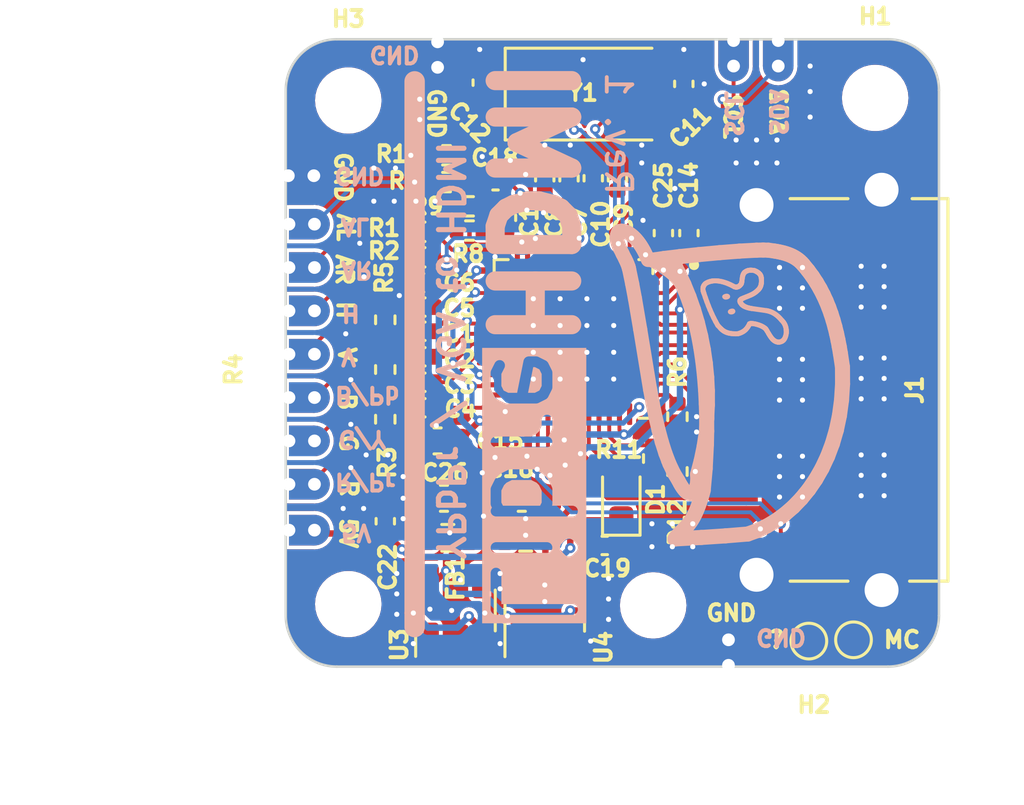
<source format=kicad_pcb>
(kicad_pcb (version 20240108) (generator "pcbnew") (generator_version "8.0")
  (layers (0 "F.Cu" signal) (31 "B.Cu" signal) (34 "B.Paste" user) (35 "F.Paste" user) (36 "B.SilkS" user "B.Silkscreen") (37 "F.SilkS" user "F.Silkscreen") (38 "B.Mask" user) (39 "F.Mask" user) (44 "Edge.Cuts" user))
  (net 0 "")
  (net 1 "VGA_B")
  (net 2 "Net-(U1-B{slash}Pb)")
  (net 3 "VGA_G")
  (net 4 "Net-(U1-SOG{slash}Y)")
  (net 5 "Net-(U1-G{slash}Y)")
  (net 6 "VGA_R")
  (net 7 "Net-(U1-R{slash}Pr)")
  (net 8 "Net-(U1-REFP)")
  (net 9 "GND")
  (net 10 "Net-(U1-REFQ1)")
  (net 11 "Net-(U1-REFQ0)")
  (net 12 "Net-(U1-XTI)")
  (net 13 "Net-(U1-XTO)")
  (net 14 "1v8")
  (net 15 "A3v3")
  (net 16 "A1v8")
  (net 17 "Net-(C17-Pad1)")
  (net 18 "AUDIO_R")
  (net 19 "Net-(C18-Pad1)")
  (net 20 "AUDIO_L")
  (net 21 "5V")
  (net 22 "3v3")
  (net 23 "5VHDMI")
  (net 24 "TMDS_D2+")
  (net 25 "TMDS_D2-")
  (net 26 "TMDS_D1+")
  (net 27 "TMDS_D1-")
  (net 28 "TMDS_D0+")
  (net 29 "TMDS_D0-")
  (net 30 "TMDS_CLK+")
  (net 31 "TMDS_CLK-")
  (net 34 "DDCSCL")
  (net 35 "DDCSDA")
  (net 36 "HPDT")
  (net 37 "Net-(U1-HSIN)")
  (net 38 "VGA_H")
  (net 39 "Net-(U1-VSIN)")
  (net 40 "VGA_V")
  (net 41 "Net-(U1-SWREF1k)")
  (net 42 "Net-(R7-Pad2)")
  (net 43 "Net-(R8-Pad2)")
  (net 44 "???")
  (net 45 "MCUSEL")
  (net 46 "SCL")
  (net 47 "SDA")
  (footprint "Capacitor_SMD:C_0402_1005Metric" (layer "F.Cu") (at 148.9 104.7)
    (property "Reference" "C1")
    (property "Value" "47nf")
  )
  (footprint "Capacitor_SMD:C_0402_1005Metric" (layer "F.Cu") (at 148.85 102.8 180)
    (property "Reference" "C6")
    (property "Value" "220n")
  )
  (footprint "Capacitor_SMD:C_0402_1005Metric" (layer "F.Cu") (at 159.15 95 -90)
    (property "Reference" "C11")
    (property "Value" "22p")
  )
  (footprint "Capacitor_SMD:C_0402_1005Metric" (layer "F.Cu") (at 153.7 98.7 90)
    (property "Reference" "C8")
    (property "Value" "4u7")
  )
  (footprint "Capacitor_SMD:C_0402_1005Metric" (layer "F.Cu") (at 156.55 98.7 90)
    (property "Reference" "C9")
    (property "Value" "220n")
  )
  (footprint "Package_TO_SOT_SMD:SOT-23-5" (layer "F.Cu") (at 150.2 115.65 90)
    (property "Reference" "U3")
    (property "Value" " TLV70033DDCR ")
  )
  (footprint "Resistor_SMD:R_0603_1608Metric" (layer "F.Cu") (at 149.9 112.8)
    (property "Reference" "FB1")
    (property "Value" "220R")
  )
  (footprint "Capacitor_SMD:C_0603_1608Metric" (layer "F.Cu") (at 149.75 111.25 180)
    (property "Reference" "C26")
    (property "Value" "1u")
  )
  (footprint "000-nold-customs:CasPowerPad 2x1" (layer "F.Cu") (at 161.1 93.2 -90)
    (property "Reference" "TP14" (hide yes))
    (property "Value" "SCL")
  )
  (footprint "Capacitor_SMD:C_0402_1005Metric" (layer "F.Cu") (at 152.2 100.25 -90)
    (property "Reference" "C17")
    (property "Value" "470n")
  )
  (footprint "000-nold-customs:CasPowerPad 2x1" (layer "F.Cu") (at 143.575 103.9)
    (property "Reference" "TP3" (hide yes))
    (property "Value" "H")
  )
  (footprint "000-nold-customs:CasPowerPad 2x1" (layer "F.Cu") (at 143.575 105.6)
    (property "Reference" "TP4" (hide yes))
    (property "Value" "V")
  )
  (footprint "000-nold-customs:CasPowerPad 2x1" (layer "F.Cu") (at 143.575 109)
    (property "Reference" "TP6" (hide yes))
    (property "Value" "G")
  )
  (footprint "Capacitor_SMD:C_0402_1005Metric" (layer "F.Cu") (at 154.8 111.08 90)
    (property "Reference" "C13")
    (property "Value" "1u")
  )
  (footprint "Capacitor_SMD:C_0603_1608Metric" (layer "F.Cu") (at 149.5 109 180)
    (property "Reference" "C15")
    (property "Value" "10u")
  )
  (footprint "Crystal:Crystal_SMD_5032-2Pin_5.0x3.2mm" (layer "F.Cu") (at 155.2 95.4)
    (property "Reference" "Y1")
    (property "Value" "Crystal")
  )
  (footprint "000-nold-customs:CasPowerPad 2x1" (layer "F.Cu") (at 143.575 112.5)
    (property "Reference" "TP8" (hide yes))
    (property "Value" "5V")
  )
  (footprint "MountingHole:MountingHole_2.2mm_M2" (layer "F.Cu") (at 146 115.4)
    (property "Reference" "H4")
    (property "Value" "MountingHole")
  )
  (footprint "MountingHole:MountingHole_2.2mm_M2" (layer "F.Cu") (at 157.95 115.45)
    (property "Reference" "H2")
    (property "Value" "MountingHole")
  )
  (footprint "000-nold-customs:CasPowerPad 2x1" (layer "F.Cu") (at 143.55 98.6)
    (property "Reference" "TP10" (hide yes))
    (property "Value" "GND")
  )
  (footprint "Capacitor_SMD:C_0603_1608Metric" (layer "F.Cu") (at 152.8 111.25)
    (property "Reference" "C16")
    (property "Value" "10u")
  )
  (footprint "MountingHole:MountingHole_2.2mm_M2" (layer "F.Cu") (at 166.65 95.55)
    (property "Reference" "H1")
    (property "Value" "MountingHole")
  )
  (footprint "Resistor_SMD:R_0402_1005Metric" (layer "F.Cu") (at 149.85 97.8 180)
    (property "Reference" "R10")
    (property "Value" "10k")
  )
  (footprint "Capacitor_SMD:C_0402_1005Metric" (layer "F.Cu") (at 155.6 98.7 90)
    (property "Reference" "C10")
    (property "Value" "4u7")
  )
  (footprint "Diode_SMD:D_0603_1608Metric" (layer "F.Cu") (at 156.7 111.2125 90)
    (property "Reference" "D1")
    (property "Value" "SD0805S020S0R5 ")
  )
  (footprint "000-nold-customs:CasPowerPad 2x1" (layer "F.Cu") (at 143.575 107.3)
    (property "Reference" "TP5" (hide yes))
    (property "Value" "B")
  )
  (footprint "Resistor_SMD:R_0402_1005Metric" (layer "F.Cu") (at 148.85 100.8 180)
    (property "Reference" "R1")
    (property "Value" "100")
  )
  (footprint "Capacitor_SMD:C_0402_1005Metric" (layer "F.Cu") (at 154.65 98.7 90)
    (property "Reference" "C7")
    (property "Value" "220n")
  )
  (footprint "Capacitor_SMD:C_0402_1005Metric" (layer "F.Cu") (at 159.35 100.85 90)
    (property "Reference" "C14")
    (property "Value" "100nf")
  )
  (footprint "000-symbols-footprints:STEWART_SS-53000-001" (layer "F.Cu") (at 161.1 107 90)
    (property "Reference" "J1")
    (property "Value" "SS-53000-001")
  )
  (footprint "Capacitor_SMD:C_0402_1005Metric" (layer "F.Cu") (at 148.9 107.7)
    (property "Reference" "C4")
    (property "Value" "47n")
  )
  (footprint "000-nold-customs:CasPowerPad 2x1" (layer "F.Cu") (at 149.5 93.25 -90)
    (property "Reference" "TP12" (hide yes))
    (property "Value" "GND")
  )
  (footprint "000-nold-customs:CasPowerPad 2x1" (layer "F.Cu") (at 162.85 93.2 -90)
    (property "Reference" "TP13" (hide yes))
    (property "Value" "SDA")
  )
  (footprint "000-nold-customs:nolds-TestPoint_Pad_D1.0mm" (layer "F.Cu") (at 164.05 116.85 90)
    (property "Reference" "TP9" (hide yes))
    (property "Value" "?" (hide yes))
  )
  (footprint "Capacitor_SMD:C_0402_1005Metric" (layer "F.Cu") (at 151.77 98.8)
    (property "Reference" "C18")
    (property "Value" "470n")
  )
  (footprint "Resistor_SMD:R_0402_1005Metric" (layer "F.Cu") (at 148.85 101.8 180)
    (property "Reference" "R2")
    (property "Value" "100")
  )
  (footprint "000-nold-customs:CasPowerPad 2x1" (layer "F.Cu") (at 160.9 117.9 90)
    (property "Reference" "TP15" (hide yes))
    (property "Value" "GND")
  )
  (footprint "Capacitor_SMD:C_0402_1005Metric" (layer "F.Cu") (at 147.45 112.15 90)
    (property "Reference" "C22")
    (property "Value" "10u")
  )
  (footprint "000-nold-customs:CasPowerPad 2x1" (layer "F.Cu") (at 143.575 100.5)
    (property "Reference" "TP1" (hide yes))
    (property "Value" "AL")
  )
  (footprint "Resistor_SMD:R_0402_1005Metric" (layer "F.Cu") (at 147.45 106.2 90)
    (property "Reference" "R4")
    (property "Value" "75")
  )
  (footprint "Capacitor_SMD:C_0402_1005Metric" (layer "F.Cu") (at 148.9 106.7)
    (property "Reference" "C3")
    (property "Value" "47n")
  )
  (footprint "Resistor_SMD:R_0402_1005Metric" (layer "F.Cu") (at 157.95 109.69 -90)
    (property "Reference" "R11")
    (property "Value" "1k")
  )
  (footprint "Resistor_SMD:R_0402_1005Metric" (layer "F.Cu") (at 149.85 98.85 180)
    (property "Reference" "R7")
    (property "Value" "10k")
  )
  (footprint "Resistor_SMD:R_0402_1005Metric" (layer "F.Cu") (at 158.9 110.2 -90)
    (property "Reference" "R12")
    (property "Value" "10k")
  )
  (footprint "Resistor_SMD:R_0402_1005Metric" (layer "F.Cu") (at 158.9 108.05 90)
    (property "Reference" "R6")
    (property "Value" "1k")
  )
  (footprint "Resistor_SMD:R_0603_1608Metric" (layer "F.Cu") (at 152.95 112.8)
    (property "Reference" "FB2")
    (property "Value" "220R")
  )
  (footprint "Package_DFN_QFN:QFN-48-1EP_6x6mm_P0.4mm_EP4.2x4.2mm_ThermalVias" (layer "F.Cu") (at 154.826834 105 90)
    (property "Reference" "U1" (hide yes))
    (property "Value" "~")
  )
  (footprint "Resistor_SMD:R_0402_1005Metric" (layer "F.Cu") (at 147.45 104.25 90)
    (property "Reference" "R5")
    (property "Value" "75")
  )
  (footprint "Capacitor_SMD:C_0402_1005Metric" (layer "F.Cu") (at 156.05 113.1)
    (property "Reference" "C19")
    (property "Value" "1u")
  )
  (footprint "Resistor_SMD:R_0402_1005Metric" (layer "F.Cu") (at 147.45 108.15 -90)
    (property "Reference" "R3")
    (property "Value" "75")
  )
  (footprint "Capacitor_SMD:C_0402_1005Metric" (layer "F.Cu") (at 158.35 100.85 90)
    (property "Reference" "C25")
    (property "Value" "100nf")
  )
  (footprint "000-nold-customs:nolds-TestPoint_Pad_D1.0mm" (layer "F.Cu") (at 165.8 116.8 90)
    (property "Reference" "TP11" (hide yes))
    (property "Value" "MC" (hide yes))
  )
  (footprint "Resistor_SMD:R_0402_1005Metric" (layer "F.Cu") (at 150.75 99.8)
    (property "Reference" "R9")
    (property "Value" "10k")
  )
  (footprint "Capacitor_SMD:C_0402_1005Metric" (layer "F.Cu") (at 151.25 94.95 -90)
    (property "Reference" "C12")
    (property "Value" "22p")
  )
  (footprint "MountingHole:MountingHole_2.2mm_M2" (layer "F.Cu") (at 146 95.65)
    (property "Reference" "H3")
    (property "Value" "MountingHole")
  )
  (footprint "000-nold-customs:CasPowerPad 2x1" (layer "F.Cu") (at 143.575 102.2)
    (property "Reference" "TP2" (hide yes))
    (property "Value" "AR")
  )
  (footprint "Capacitor_SMD:C_0402_1005Metric" (layer "F.Cu") (at 148.9 105.7)
    (property "Reference" "C2")
    (property "Value" "1n")
  )
  (footprint "Resistor_SMD:R_0402_1005Metric" (layer "F.Cu") (at 150.75 100.75 180)
    (property "Reference" "R8")
    (property "Value" "10k")
  )
  (footprint "000-nold-customs:CasPowerPad 2x1" (layer "F.Cu") (at 143.575 110.7)
    (property "Reference" "TP7" (hide yes))
    (property "Value" "R")
  )
  (footprint "Capacitor_SMD:C_0402_1005Metric" (layer "F.Cu") (at 148.9 103.75 180)
    (property "Reference" "C5")
    (property "Value" "4u7")
  )
  (footprint "Package_TO_SOT_SMD:SOT-23-5" (layer "F.Cu") (at 153.7 115.6625 90)
    (property "Reference" "U4")
    (property "Value" "TLV70018DDCR")
  )
  (gr_line (start 162.261792 101.515301) (end 162.462684 101.520444) (stroke (width 0.59074)) (layer "B.SilkS"))
  (gr_line (start 162.638334 105.020784) (end 162.62232 105.004226) (stroke (width 0.196914)) (layer "B.SilkS"))
  (gr_line (start 161.742749 102.305772) (end 161.768097 102.304967) (stroke (width 0.196914)) (layer "B.SilkS"))
  (gr_line (start 162.637782 103.974499) (end 162.674471 103.994534) (stroke (width 0.196914)) (layer "B.SilkS"))
  (gr_line (start 157.124359 102.831814) (end 157.004301 102.253617) (stroke (width 0.554272)) (layer "B.SilkS"))
  (gr_line (start 159.987376 110.090852) (end 160.036133 109.130255) (stroke (width 0.59074)) (layer "B.SilkS"))
  (gr_line (start 161.424041 103.650527) (end 161.432718 103.659233) (stroke (width 0.196914)) (layer "B.SilkS"))
  (gr_line (start 161.178078 102.965306) (end 161.188956 102.966584) (stroke (width 0.196914)) (layer "B.SilkS"))
  (gr_line (start 161.871518 104.401295) (end 161.829676 104.396901) (stroke (width 0.196914)) (layer "B.SilkS"))
  (gr_line (start 162.181674 102.576629) (end 162.186005 102.601405) (stroke (width 0.196914)) (layer "B.SilkS"))
  (gr_line (start 161.455425 102.536178) (end 161.463062 102.508959) (stroke (width 0.196914)) (layer "B.SilkS"))
  (gr_line (start 162.493926 104.825209) (end 162.467653 104.78112) (stroke (width 0.196914)) (layer "B.SilkS"))
  (gr_line (start 159.637711 110.806108) (end 159.608756 110.890329) (stroke (width 0.554272)) (layer "B.SilkS"))
  (gr_line (start 161.381333 103.45277) (end 161.375836 103.457618) (stroke (width 0.196914)) (layer "B.SilkS"))
  (gr_line (start 159.92582 109.229811) (end 159.8132 109.772053) (stroke (width 0.554272)) (layer "B.SilkS"))
  (gr_line (start 161.375836 103.457618) (end 161.370843 103.46256) (stroke (width 0.196914)) (layer "B.SilkS"))
  (gr_line (start 161.14395 102.957756) (end 161.155581 102.960907) (stroke (width 0.196914)) (layer "B.SilkS"))
  (gr_line (start 162.710455 104.016453) (end 162.745783 104.04027) (stroke (width 0.196914)) (layer "B.SilkS"))
  (gr_line (start 161.620756 103.764623) (end 161.65402 103.77511) (stroke (width 0.196914)) (layer "B.SilkS"))
  (gr_line (start 161.394164 103.613604) (end 161.400909 103.62315) (stroke (width 0.196914)) (layer "B.SilkS"))
  (gr_line (start 161.443827 103.417437) (end 161.434186 103.421512) (stroke (width 0.196914)) (layer "B.SilkS"))
  (gr_line (start 159.170508 110.927054) (end 159.128085 110.874048) (stroke (width 0.554272)) (layer "B.SilkS"))
  (gr_line (start 163.097022 104.413147) (end 163.112588 104.444798) (stroke (width 0.196914)) (layer "B.SilkS"))
  (gr_line (start 157.748882 101.90126) (end 158.708286 101.930779) (stroke (width 0.554272)) (layer "B.SilkS"))
  (gr_line (start 161.998889 101.520523) (end 162.261792 101.515301) (stroke (width 0.59074)) (layer "B.SilkS"))
  (gr_line (start 159.358554 111.069225) (end 159.3242 111.055913) (stroke (width 0.554272)) (layer "B.SilkS"))
  (gr_line (start 163.399572 101.753743) (end 163.479014 101.795846) (stroke (width 0.59074)) (layer "B.SilkS"))
  (gr_line (start 159.995195 103.381829) (end 159.939843 103.217978) (stroke (width 0.196914)) (layer "B.SilkS"))
  (gr_line (start 164.192278 102.551891) (end 164.347894 102.788897) (stroke (width 0.59074)) (layer "B.SilkS"))
  (gr_line (start 161.66386 104.520617) (end 161.643072 104.551338) (stroke (width 0.196914)) (layer "B.SilkS"))
  (gr_line (start 158.936329 102.638215) (end 158.87396 102.568961) (stroke (width 0.59074)) (layer "B.SilkS"))
  (gr_line (start 161.387903 103.603847) (end 161.394164 103.613604) (stroke (width 0.196914)) (layer "B.SilkS"))
  (gr_line (start 159.910339 110.937481) (end 159.987376 110.090852) (stroke (width 0.59074)) (layer "B.SilkS"))
  (gr_line (start 160.660051 104.650717) (end 160.626767 104.621986) (stroke (width 0.196914)) (layer "B.SilkS"))
  (gr_line (start 162.964975 105.106537) (end 162.938055 105.115711) (stroke (width 0.196914)) (layer "B.SilkS"))
  (gr_line (start 159.59794 104.298089) (end 159.454145 103.793715) (stroke (width 0.59074)) (layer "B.SilkS"))
  (gr_line (start 162.745798 105.098439) (end 162.726352 105.088423) (stroke (width 0.196914)) (layer "B.SilkS"))
  (gr_line (start 159.828076 104.88231) (end 159.932116 105.412444) (stroke (width 0.554272)) (layer "B.SilkS"))
  (gr_line (start 161.594311 102.34792) (end 161.613663 102.337977) (stroke (width 0.196914)) (layer "B.SilkS"))
  (gr_line (start 156.548298 100.880631) (end 156.565021 100.844202) (stroke (width 0.554272)) (layer "B.SilkS"))
  (gr_line (start 161.887012 102.314733) (end 161.922017 102.320414) (stroke (width 0.196914)) (layer "B.SilkS"))
  (gr_line (start 160.58006 102.740932) (end 160.6543 102.757326) (stroke (width 0.196914)) (layer "B.SilkS"))
  (gr_line (start 163.436051 111.589) (end 163.103792 111.877516) (stroke (width 0.59074)) (layer "B.SilkS"))
  (gr_line (start 161.349086 103.528984) (end 161.350358 103.535095) (stroke (width 0.196914)) (layer "B.SilkS"))
  (gr_line (start 161.964445 102.340296) (end 161.983874 102.350253) (stroke (width 0.196914)) (layer "B.SilkS"))
  (gr_line (start 165.072496 104.529457) (end 165.135923 104.787704) (stroke (width 0.59074)) (layer "B.SilkS"))
  (gr_line (start 163.479014 101.795846) (end 163.555595 101.8429) (stroke (width 0.59074)) (layer "B.SilkS"))
  (gr_line (start 164.785521 109.604367) (end 164.566068 110.071711) (stroke (width 0.59074)) (layer "B.SilkS"))
  (gr_line (start 160.045136 108.08929) (end 160.031145 107.549169) (stroke (width 0.59074)) (layer "B.SilkS"))
  (gr_line (start 160.172797 102.749374) (end 160.20864 102.740181) (stroke (width 0.196914)) (layer "B.SilkS"))
  (gr_line (start 162.62232 105.004226) (end 162.606752 104.986818) (stroke (width 0.196914)) (layer "B.SilkS"))
  (gr_line (start 156.652721 101.465197) (end 156.609085 101.365906) (stroke (width 0.554272)) (layer "B.SilkS"))
  (gr_line (start 162.946606 104.223808) (end 162.978661 104.2613) (stroke (width 0.196914)) (layer "B.SilkS"))
  (gr_line (start 161.494913 103.707055) (end 161.506968 103.71429) (stroke (width 0.196914)) (layer "B.SilkS"))
  (gr_line (start 160.479735 104.468431) (end 160.397486 104.321301) (stroke (width 0.196914)) (layer "B.SilkS"))
  (gr_line (start 162.342505 104.589256) (end 162.322039 104.572734) (stroke (width 0.196914)) (layer "B.SilkS"))
  (gr_line (start 162.756952 112.128595) (end 162.398189 112.34168) (stroke (width 0.59074)) (layer "B.SilkS"))
  (gr_line (start 162.938055 105.115711) (end 162.909215 105.122894) (stroke (width 0.196914)) (layer "B.SilkS"))
  (gr_line (start 160.430208 102.722551) (end 160.505214 102.729136) (stroke (width 0.196914)) (layer "B.SilkS"))
  (gr_line (start 161.36635 103.467596) (end 161.362356 103.472724) (stroke (width 0.196914)) (layer "B.SilkS"))
  (gr_line (start 156.609085 101.365906) (end 156.572384 101.268911) (stroke (width 0.554272)) (layer "B.SilkS"))
  (gr_line (start 165.25 107.999996) (end 165.130146 108.567953) (stroke (width 0.59074)) (layer "B.SilkS"))
  (gr_line (start 158.942811 110.567536) (end 158.753577 110.250994) (stroke (width 0.554272)) (layer "B.SilkS"))
  (gr_line (start 165.2881 105.573077) (end 165.36781 106.103813) (stroke (width 0.59074)) (layer "B.SilkS"))
  (gr_line (start 161.823692 102.307256) (end 161.854297 102.310347) (stroke (width 0.196914)) (layer "B.SilkS"))
  (gr_line (start 156.63533 100.768924) (end 156.659153 100.763518) (stroke (width 0.554272)) (layer "B.SilkS"))
  (gr_line (start 161.35129 103.494154) (end 161.349736 103.499738) (stroke (width 0.196914)) (layer "B.SilkS"))
  (gr_line (start 162.689411 105.064673) (end 162.671843 105.051077) (stroke (width 0.196914)) (layer "B.SilkS"))
  (gr_line (start 162.993875 104.275856) (end 163.008283 104.290576) (stroke (width 0.196914)) (layer "B.SilkS"))
  (gr_line (start 161.436637 102.651202) (end 161.444378 102.592602) (stroke (width 0.196914)) (layer "B.SilkS"))
  (gr_line (start 162.011872 103.127459) (end 161.977351 103.156785) (stroke (width 0.196914)) (layer "B.SilkS"))
  (gr_line (start 161.349736 103.499738) (end 161.348661 103.505411) (stroke (width 0.196914)) (layer "B.SilkS"))
  (gr_line (start 161.444378 102.592602) (end 161.449314 102.564082) (stroke (width 0.196914)) (layer "B.SilkS"))
  (gr_line (start 161.354278 103.547573) (end 161.35692 103.553939) (stroke (width 0.196914)) (layer "B.SilkS"))
  (gr_line (start 161.536381 102.385622) (end 161.555849 102.371741) (stroke (width 0.196914)) (layer "B.SilkS"))
  (gr_line (start 161.258737 102.959702) (end 161.267868 102.956636) (stroke (width 0.196914)) (layer "B.SilkS"))
  (gr_line (start 163.167623 104.763782) (end 163.160183 104.807297) (stroke (width 0.196914)) (layer "B.SilkS"))
  (gr_line (start 163.058275 104.350911) (end 163.078973 104.381827) (stroke (width 0.196914)) (layer "B.SilkS"))
  (gr_line (start 159.679546 110.40845) (end 159.680407 110.510939) (stroke (width 0.554272)) (layer "B.SilkS"))
  (gr_line (start 162.909215 105.122894) (end 162.878396 105.128178) (stroke (width 0.196914)) (layer "B.SilkS"))
  (gr_line (start 161.353325 103.488661) (end 161.35129 103.494154) (stroke (width 0.196914)) (layer "B.SilkS"))
  (gr_line (start 158.050812 101.959213) (end 157.979719 101.921862) (stroke (width 0.59074)) (layer "B.SilkS"))
  (gr_line (start 162.669162 101.549026) (end 162.769056 101.565361) (stroke (width 0.59074)) (layer "B.SilkS"))
  (gr_line (start 161.491127 102.444375) (end 161.498628 102.432122) (stroke (width 0.196914)) (layer "B.SilkS"))
  (gr_line (start 159.929783 102.91522) (end 159.941343 102.895725) (stroke (width 0.196914)) (layer "B.SilkS"))
  (gr_line (start 162.878396 105.128178) (end 162.854221 105.127179) (stroke (width 0.196914)) (layer "B.SilkS"))
  (gr_line (start 161.674351 102.316) (end 161.696055 102.311287) (stroke (width 0.196914)) (layer "B.SilkS"))
  (gr_line (start 158.940823 112.67905) (end 159.008016 112.608908) (stroke (width 0.59074)) (layer "B.SilkS"))
  (gr_line (start 159.911748 102.957482) (end 159.919875 102.935778) (stroke (width 0.196914)) (layer "B.SilkS"))
  (gr_line (start 160.696237 104.677965) (end 160.660051 104.650717) (stroke (width 0.196914)) (layer "B.SilkS"))
  (gr_line (start 159.008016 112.608908) (end 159.075051 112.542919) (stroke (width 0.59074)) (layer "B.SilkS"))
  (gr_line (start 160.281478 102.727462) (end 160.318362 102.723783) (stroke (width 0.196914)) (layer "B.SilkS"))
  (gr_line (start 157.443176 101.311008) (end 157.483011 101.371756) (stroke (width 0.554272)) (layer "B.SilkS"))
  (gr_line (start 160.799198 102.801466) (end 160.868971 102.827987) (stroke (width 0.196914)) (layer "B.SilkS"))
  (gr_line (start 163.078973 104.381827) (end 163.097022 104.413147) (stroke (width 0.196914)) (layer "B.SilkS"))
  (gr_line (start 158.807436 102.501465) (end 158.737382 102.43589) (stroke (width 0.59074)) (layer "B.SilkS"))
  (gr_line (start 162.030162 112.516215) (end 161.655532 112.651643) (stroke (width 0.59074)) (layer "B.SilkS"))
  (gr_line (start 159.926186 103.182253) (end 159.915462 103.148416) (stroke (width 0.196914)) (layer "B.SilkS"))
  (gr_line (start 161.173062 104.800265) (end 161.088805 104.79757) (stroke (width 0.196914)) (layer "B.SilkS"))
  (gr_line (start 157.676063 101.730748) (end 157.71287 101.814021) (stroke (width 0.554272)) (layer "B.SilkS"))
  (gr_line (start 163.136922 104.50881) (end 163.146018 104.541026) (stroke (width 0.196914)) (layer "B.SilkS"))
  (gr_line (start 162.442116 103.902093) (end 162.483037 103.912918) (stroke (width 0.196914)) (layer "B.SilkS"))
  (gr_line (start 161.349631 102.902236) (end 161.36421 102.886948) (stroke (width 0.196914)) (layer "B.SilkS"))
  (gr_line (start 160.397486 104.321301) (end 160.320206 104.171083) (stroke (width 0.196914)) (layer "B.SilkS"))
  (gr_line (start 148.6 94.9) (end 148.6 116.3) (stroke (width 0.8)) (layer "B.SilkS"))
  (gr_line (start 160.091348 107.037853) (end 160.091579 107.586241) (stroke (width 0.554272)) (layer "B.SilkS"))
  (gr_line (start 163.054662 105.048065) (end 163.044946 105.057401) (stroke (width 0.196914)) (layer "B.SilkS"))
  (gr_line (start 161.917719 104.408608) (end 161.871518 104.401295) (stroke (width 0.196914)) (layer "B.SilkS"))
  (gr_line (start 161.472252 103.691954) (end 161.483341 103.699609) (stroke (width 0.196914)) (layer "B.SilkS"))
  (gr_line (start 161.302536 102.939759) (end 161.318841 102.92876) (stroke (width 0.196914)) (layer "B.SilkS"))
  (gr_line (start 161.555849 102.371741) (end 161.5751 102.359175) (stroke (width 0.196914)) (layer "B.SilkS"))
  (gr_line (start 163.232377 101.682853) (end 163.317337 101.716207) (stroke (width 0.59074)) (layer "B.SilkS"))
  (gr_line (start 162.155361 102.944384) (end 162.144306 102.969018) (stroke (width 0.196914)) (layer "B.SilkS"))
  (gr_line (start 159.128085 110.874048) (end 159.08409 110.811971) (stroke (width 0.554272)) (layer "B.SilkS"))
  (gr_line (start 157.979719 101.921862) (end 157.954333 101.919121) (stroke (width 0.59074)) (layer "B.SilkS"))
  (gr_line (start 162.102012 103.036867) (end 162.084775 103.057401) (stroke (width 0.196914)) (layer "B.SilkS"))
  (gr_line (start 160.829118 104.747287) (end 160.780081 104.726602) (stroke (width 0.196914)) (layer "B.SilkS"))
  (gr_line (start 159.905529 102.980415) (end 159.911748 102.957482) (stroke (width 0.196914)) (layer "B.SilkS"))
  (gr_line (start 159.250582 111.007361) (end 159.211345 110.971365) (stroke (width 0.554272)) (layer "B.SilkS"))
  (gr_line (start 158.985957 101.772568) (end 159.736488 101.693515) (stroke (width 0.59074)) (layer "B.SilkS"))
  (gr_line (start 162.101103 102.43133) (end 162.111504 102.441765) (stroke (width 0.196914)) (layer "B.SilkS"))
  (gr_line (start 161.348277 103.52296) (end 161.349086 103.528984) (stroke (width 0.196914)) (layer "B.SilkS"))
  (gr_line (start 161.463062 102.508959) (end 161.472575 102.482496) (stroke (width 0.196914)) (layer "B.SilkS"))
  (gr_line (start 156.613197 100.776479) (end 156.63533 100.768924) (stroke (width 0.554272)) (layer "B.SilkS"))
  (gr_line (start 162.600342 103.956333) (end 162.637782 103.974499) (stroke (width 0.196914)) (layer "B.SilkS"))
  (gr_line (start 157.282521 101.102834) (end 157.322717 101.149776) (stroke (width 0.554272)) (layer "B.SilkS"))
  (gr_line (start 164.318736 110.504403) (end 164.046182 110.901887) (stroke (width 0.59074)) (layer "B.SilkS"))
  (gr_line (start 161.515867 102.408352) (end 161.525692 102.396853) (stroke (width 0.196914)) (layer "B.SilkS"))
  (gr_line (start 161.408423 103.434328) (end 161.400879 103.438794) (stroke (width 0.196914)) (layer "B.SilkS"))
  (gr_line (start 161.721486 104.418566) (end 161.702909 104.454248) (stroke (width 0.196914)) (layer "B.SilkS"))
  (gr_line (start 161.294136 102.94464) (end 161.302536 102.939759) (stroke (width 0.196914)) (layer "B.SilkS"))
  (gr_line (start 157.084945 100.916414) (end 157.12373 100.947461) (stroke (width 0.554272)) (layer "B.SilkS"))
  (gr_line (start 159.549844 111.934783) (end 159.584759 111.864952) (stroke (width 0.59074)) (layer "B.SilkS"))
  (gr_line (start 156.769686 100.764603) (end 156.800716 100.770854) (stroke (width 0.554272)) (layer "B.SilkS"))
  (gr_line (start 162.881471 104.154795) (end 162.914225 104.188311) (stroke (width 0.196914)) (layer "B.SilkS"))
  (gr_line (start 162.117661 103.015279) (end 162.102012 103.036867) (stroke (width 0.196914)) (layer "B.SilkS"))
  (gr_line (start 164.347894 102.788897) (end 164.488483 103.029156) (stroke (width 0.59074)) (layer "B.SilkS"))
  (gr_line (start 165.130146 108.567953) (end 164.974434 109.102929) (stroke (width 0.59074)) (layer "B.SilkS"))
  (gr_line (start 163.130798 104.919022) (end 163.118447 104.950299) (stroke (width 0.196914)) (layer "B.SilkS"))
  (gr_line (start 161.400909 103.62315) (end 161.408137 103.632486) (stroke (width 0.196914)) (layer "B.SilkS"))
  (gr_line (start 161.276807 102.953094) (end 161.285561 102.94909) (stroke (width 0.196914)) (layer "B.SilkS"))
  (gr_line (start 158.737382 102.43589) (end 158.66442 102.372401) (stroke (width 0.59074)) (layer "B.SilkS"))
  (gr_line (start 157.202562 101.01879) (end 157.242442 101.059192) (stroke (width 0.554272)) (layer "B.SilkS"))
  (gr_line (start 162.163067 102.517893) (end 162.167817 102.529307) (stroke (width 0.196914)) (layer "B.SilkS"))
  (gr_line (start 159.655242 111.708091) (end 159.69084 111.62028) (stroke (width 0.59074)) (layer "B.SilkS"))
  (gr_line (start 158.805491 112.844295) (end 158.839479 112.798887) (stroke (width 0.59074)) (layer "B.SilkS"))
  (gr_line (start 156.866272 100.790955) (end 156.900632 100.804927) (stroke (width 0.554272)) (layer "B.SilkS"))
  (gr_line (start 156.711537 100.759398) (end 156.739932 100.760805) (stroke (width 0.554272)) (layer "B.SilkS"))
  (gr_line (start 165.135923 104.787704) (end 165.192332 105.047836) (stroke (width 0.59074)) (layer "B.SilkS"))
  (gr_line (start 162.185125 102.836263) (end 162.179795 102.864693) (stroke (width 0.196914)) (layer "B.SilkS"))
  (gr_line (start 165.242724 105.309685) (end 165.2881 105.573077) (stroke (width 0.59074)) (layer "B.SilkS"))
  (gr_line (start 161.854297 102.310347) (end 161.887012 102.314733) (stroke (width 0.196914)) (layer "B.SilkS"))
  (gr_line (start 159.046112 102.781341) (end 158.99392 102.709063) (stroke (width 0.59074)) (layer "B.SilkS"))
  (gr_line (start 161.355846 103.483257) (end 161.353325 103.488661) (stroke (width 0.196914)) (layer "B.SilkS"))
  (gr_line (start 158.286265 109.03982) (end 158.157579 108.562674) (stroke (width 0.554272)) (layer "B.SilkS"))
  (gr_line (start 161.490726 104.702209) (end 161.45926 104.721932) (stroke (width 0.196914)) (layer "B.SilkS"))
  (gr_line (start 159.480592 112.059201) (end 159.515127 111.999403) (stroke (width 0.59074)) (layer "B.SilkS"))
  (gr_line (start 161.166955 102.963419) (end 161.178078 102.965306) (stroke (width 0.196914)) (layer "B.SilkS"))
  (gr_line (start 161.519505 103.721316) (end 161.532523 103.728132) (stroke (width 0.196914)) (layer "B.SilkS"))
  (gr_line (start 162.002161 102.360229) (end 162.01934 102.370235) (stroke (width 0.196914)) (layer "B.SilkS"))
  (gr_line (start 162.769056 101.565361) (end 162.866631 101.583571) (stroke (width 0.59074)) (layer "B.SilkS"))
  (gr_line (start 159.069987 102.817966) (end 159.046112 102.781341) (stroke (width 0.59074)) (layer "B.SilkS"))
  (gr_line (start 162.145172 102.484526) (end 162.151779 102.495511) (stroke (width 0.196914)) (layer "B.SilkS"))
  (gr_line (start 156.524496 101.041311) (end 156.524498 100.999081) (stroke (width 0.554272)) (layer "B.SilkS"))
  (gr_line (start 159.901346 103.004658) (end 159.905529 102.980415) (stroke (width 0.196914)) (layer "B.SilkS"))
  (gr_line (start 162.035446 102.380278) (end 162.050514 102.390366) (stroke (width 0.196914)) (layer "B.SilkS"))
  (gr_line (start 162.188978 102.627011) (end 162.19087 102.653512) (stroke (width 0.196914)) (layer "B.SilkS"))
  (gr_line (start 159.546942 103.848695) (end 159.699496 104.360552) (stroke (width 0.554272)) (layer "B.SilkS"))
  (gr_line (start 162.07229 104.448107) (end 162.019123 104.43201) (stroke (width 0.196914)) (layer "B.SilkS"))
  (gr_line (start 161.506968 103.71429) (end 161.519505 103.721316) (stroke (width 0.196914)) (layer "B.SilkS"))
  (gr_line (start 162.129855 102.462925) (end 162.137875 102.473666) (stroke (width 0.196914)) (layer "B.SilkS"))
  (gr_line (start 161.382125 103.593881) (end 161.387903 103.603847) (stroke (width 0.196914)) (layer "B.SilkS"))
  (gr_line (start 161.498628 102.432122) (end 161.50686 102.420112) (stroke (width 0.196914)) (layer "B.SilkS"))
  (gr_line (start 161.795019 102.305462) (end 161.823692 102.307256) (stroke (width 0.196914)) (layer "B.SilkS"))
  (gr_line (start 161.400879 103.438794) (end 161.393852 103.443357) (stroke (width 0.196914)) (layer "B.SilkS"))
  (gr_line (start 161.376827 103.587019) (end 161.382125 103.593881) (stroke (width 0.196914)) (layer "B.SilkS"))
  (gr_line (start 161.285561 102.94909) (end 161.294136 102.94464) (stroke (width 0.196914)) (layer "B.SilkS"))
  (gr_line (start 161.643072 104.551338) (end 161.621232 104.580438) (stroke (width 0.196914)) (layer "B.SilkS"))
  (gr_line (start 162.167817 102.529307) (end 162.172018 102.540879) (stroke (width 0.196914)) (layer "B.SilkS"))
  (gr_line (start 162.848298 104.123247) (end 162.881471 104.154795) (stroke (width 0.196914)) (layer "B.SilkS"))
  (gr_line (start 161.740484 104.401191) (end 161.732254 104.404448) (stroke (width 0.196914)) (layer "B.SilkS"))
  (gr_line (start 158.753577 110.250994) (end 158.58235 109.888108) (stroke (width 0.554272)) (layer "B.SilkS"))
  (gr_line (start 160.736017 104.703377) (end 160.696237 104.677965) (stroke (width 0.196914)) (layer "B.SilkS"))
  (gr_line (start 160.6543 102.757326) (end 160.727494 102.777708) (stroke (width 0.196914)) (layer "B.SilkS"))
  (gr_line (start 162.01934 102.370235) (end 162.035446 102.380278) (stroke (width 0.196914)) (layer "B.SilkS"))
  (gr_line (start 159.412013 112.165897) (end 159.446226 112.114569) (stroke (width 0.59074)) (layer "B.SilkS"))
  (gr_line (start 162.019123 104.43201) (end 161.96726 104.418845) (stroke (width 0.196914)) (layer "B.SilkS"))
  (gr_line (start 161.941952 103.183487) (end 161.905766 103.207843) (stroke (width 0.196914)) (layer "B.SilkS"))
  (gr_line (start 159.584759 111.864952) (end 159.619887 111.789518) (stroke (width 0.59074)) (layer "B.SilkS"))
  (gr_line (start 161.310258 104.785941) (end 161.266434 104.798305) (stroke (width 0.196914)) (layer "B.SilkS"))
  (gr_line (start 161.199595 102.967267) (end 161.21 102.96737) (stroke (width 0.196914)) (layer "B.SilkS"))
  (gr_line (start 156.659153 100.763518) (end 156.684583 100.760323) (stroke (width 0.554272)) (layer "B.SilkS"))
  (gr_line (start 160.064445 108.135381) (end 160.00938 108.683746) (stroke (width 0.554272)) (layer "B.SilkS"))
  (gr_poly (pts (xy 161.144798 103.922612) (xy 161.143815 103.93074) (xy 161.141945 103.93885) (xy 161.139166 103.94689) (xy 161.135458 103.954806) (xy 161.1308 103.962544) (xy 161.125172 103.97005) (xy 161.118552 103.977272) (xy 161.110921 103.984155) (xy 161.102258 103.990645) (xy 161.092541 103.99669) (xy 161.081751 104.002236) (xy 161.069866 104.007228) (xy 161.053586 104.011761) (xy 161.037963 104.014968) (xy 161.023025 104.016918) (xy 161.008799 104.017682) (xy 160.995312 104.017327) (xy 160.982591 104.015925) (xy 160.970663 104.013544) (xy 160.959557 104.010253) (xy 160.949298 104.006123) (xy 160.939914 104.001222) (xy 160.931432 103.995621) (xy 160.92388 103.989388) (xy 160.917285 103.982593) (xy 160.911673 103.975305) (xy 160.907072 103.967594) (xy 160.903509 103.95953) (xy 160.901012 103.951181) (xy 160.899607 103.942618) (xy 160.899321 103.933909) (xy 160.900183 103.925124) (xy 160.902219 103.916333) (xy 160.905456 103.907605) (xy 160.909921 103.899009) (xy 160.915642 103.890615) (xy 160.922646 103.882493) (xy 160.93096 103.874711) (xy 160.940611 103.86734) (xy 160.951626 103.860448) (xy 160.964033 103.854105) (xy 160.977859 103.848381) (xy 160.99313 103.843345) (xy 161.009875 103.839067) (xy 161.022305 103.836275) (xy 161.03426 103.834538) (xy 161.045721 103.833803) (xy 161.056666 103.834016) (xy 161.067075 103.835124) (xy 161.076927 103.837072) (xy 161.086201 103.839807) (xy 161.094877 103.843277) (xy 161.102934 103.847426) (xy 161.110351 103.852201) (xy 161.117108 103.857549) (xy 161.123185 103.863417) (xy 161.128559 103.86975) (xy 161.133211 103.876494) (xy 161.137121 103.883598) (xy 161.140266 103.891006) (xy 161.142627 103.898665) (xy 161.144183 103.906521) (xy 161.144914 103.914522)) (stroke (width 0.049228)) (fill solid) (layer "B.SilkS"))
  (gr_line (start 161.520979 103.382988) (end 161.482242 103.399731) (stroke (width 0.196914)) (layer "B.SilkS"))
  (gr_line (start 159.902298 103.086074) (end 159.899603 103.057405) (stroke (width 0.196914)) (layer "B.SilkS"))
  (gr_line (start 161.389702 104.756881) (end 161.351295 104.772139) (stroke (width 0.196914)) (layer "B.SilkS"))
  (gr_line (start 160.944873 104.779624) (end 160.883818 104.765078) (stroke (width 0.196914)) (layer "B.SilkS"))
  (gr_line (start 161.419878 102.772669) (end 161.425102 102.741945) (stroke (width 0.196914)) (layer "B.SilkS"))
  (gr_line (start 158.873354 112.756471) (end 158.940823 112.67905) (stroke (width 0.59074)) (layer "B.SilkS"))
  (gr_line (start 159.075051 112.542919) (end 159.142047 112.477958) (stroke (width 0.59074)) (layer "B.SilkS"))
  (gr_line (start 159.907541 103.116384) (end 159.902298 103.086074) (stroke (width 0.196914)) (layer "B.SilkS"))
  (gr_line (start 162.548215 104.910062) (end 162.520684 104.868373) (stroke (width 0.196914)) (layer "B.SilkS"))
  (gr_line (start 161.755004 103.287309) (end 161.677307 103.320131) (stroke (width 0.196914)) (layer "B.SilkS"))
  (gr_line (start 161.722628 104.413136) (end 161.721486 104.418566) (stroke (width 0.196914)) (layer "B.SilkS"))
  (gr_line (start 159.659378 110.712789) (end 159.637711 110.806108) (stroke (width 0.554272)) (layer "B.SilkS"))
  (gr_line (start 165.001049 104.273267) (end 165.072496 104.529457) (stroke (width 0.59074)) (layer "B.SilkS"))
  (gr_line (start 162.189097 102.806932) (end 162.185125 102.836263) (stroke (width 0.196914)) (layer "B.SilkS"))
  (gr_line (start 157.954333 101.919121) (end 157.953401 101.91405) (stroke (width 0.59074)) (layer "B.SilkS"))
  (gr_line (start 159.673647 110.613393) (end 159.659378 110.712789) (stroke (width 0.554272)) (layer "B.SilkS"))
  (gr_line (start 162.050514 102.390366) (end 162.064579 102.400507) (stroke (width 0.196914)) (layer "B.SilkS"))
  (gr_line (start 159.915462 103.148416) (end 159.907541 103.116384) (stroke (width 0.196914)) (layer "B.SilkS"))
  (gr_line (start 161.806326 103.808682) (end 162.400207 103.893069) (stroke (width 0.196914)) (layer "B.SilkS"))
  (gr_line (start 161.472575 102.482496) (end 161.484314 102.45686) (stroke (width 0.196914)) (layer "B.SilkS"))
  (gr_line (start 159.479276 111.058191) (end 159.451627 111.069837) (stroke (width 0.554272)) (layer "B.SilkS"))
  (gr_line (start 161.088805 104.79757) (end 161.012972 104.790573) (stroke (width 0.196914)) (layer "B.SilkS"))
  (gr_line (start 163.831957 102.088322) (end 164.020633 102.318309) (stroke (width 0.59074)) (layer "B.SilkS"))
  (gr_line (start 160.137411 102.760558) (end 160.172797 102.749374) (stroke (width 0.196914)) (layer "B.SilkS"))
  (gr_line (start 160.036133 109.130255) (end 160.046321 108.617719) (stroke (width 0.59074)) (layer "B.SilkS"))
  (gr_line (start 161.348661 103.505411) (end 161.348061 103.511173) (stroke (width 0.196914)) (layer "B.SilkS"))
  (gr_line (start 162.38886 104.648806) (end 162.361643 104.606518) (stroke (width 0.196914)) (layer "B.SilkS"))
  (gr_line (start 157.009049 100.863251) (end 157.04669 100.888364) (stroke (width 0.554272)) (layer "B.SilkS"))
  (gr_line (start 161.702909 104.454248) (end 161.683753 104.488259) (stroke (width 0.196914)) (layer "B.SilkS"))
  (gr_line (start 161.525692 102.396853) (end 161.536381 102.385622) (stroke (width 0.196914)) (layer "B.SilkS"))
  (gr_line (start 160.114422 103.70423) (end 160.053262 103.54399) (stroke (width 0.196914)) (layer "B.SilkS"))
  (gr_line (start 159.899328 103.030294) (end 159.901346 103.004658) (stroke (width 0.196914)) (layer "B.SilkS"))
  (gr_line (start 158.951086 102.387781) (end 159.172172 102.860784) (stroke (width 0.554272)) (layer "B.SilkS"))
  (gr_line (start 157.162964 100.981566) (end 157.202562 101.01879) (stroke (width 0.554272)) (layer "B.SilkS"))
  (gr_line (start 164.488483 103.029156) (end 164.615045 103.272497) (stroke (width 0.59074)) (layer "B.SilkS"))
  (gr_line (start 165.192332 105.047836) (end 165.242724 105.309685) (stroke (width 0.59074)) (layer "B.SilkS"))
  (gr_line (start 163.008283 104.290576) (end 163.034767 104.32047) (stroke (width 0.196914)) (layer "B.SilkS"))
  (gr_line (start 162.193076 102.745641) (end 162.191737 102.776718) (stroke (width 0.196914)) (layer "B.SilkS"))
  (gr_line (start 163.751067 111.263604) (end 163.436051 111.589) (stroke (width 0.59074)) (layer "B.SilkS"))
  (gr_line (start 162.131749 102.992656) (end 162.117661 103.015279) (stroke (width 0.196914)) (layer "B.SilkS"))
  (gr_line (start 161.119892 102.949476) (end 161.132056 102.953951) (stroke (width 0.196914)) (layer "B.SilkS"))
  (gr_line (start 162.914225 104.188311) (end 162.946606 104.223808) (stroke (width 0.196914)) (layer "B.SilkS"))
  (gr_line (start 156.993142 102.208569) (end 156.979339 102.162526) (stroke (width 0.554272)) (layer "B.SilkS"))
  (gr_line (start 161.72626 104.40843) (end 161.722628 104.413136) (stroke (width 0.196914)) (layer "B.SilkS"))
  (gr_line (start 161.829676 104.396901) (end 161.79321 104.395422) (stroke (width 0.196914)) (layer "B.SilkS"))
  (gr_line (start 162.089838 102.420981) (end 162.101103 102.43133) (stroke (width 0.196914)) (layer "B.SilkS"))
  (gr_line (start 162.65483 105.036424) (end 162.638334 105.020784) (stroke (width 0.196914)) (layer "B.SilkS"))
  (gr_line (start 159.572625 110.96243) (end 159.551902 110.992992) (stroke (width 0.554272)) (layer "B.SilkS"))
  (gr_line (start 162.467653 104.78112) (end 162.415409 104.692369) (stroke (width 0.196914)) (layer "B.SilkS"))
  (gr_line (start 158.200475 102.044429) (end 158.124605 102.000123) (stroke (width 0.59074)) (layer "B.SilkS"))
  (gr_line (start 156.800716 100.770854) (end 156.832939 100.779618) (stroke (width 0.554272)) (layer "B.SilkS"))
  (gr_line (start 159.551902 110.992992) (end 159.529428 111.019391) (stroke (width 0.554272)) (layer "B.SilkS"))
  (gr_line (start 161.220178 102.966907) (end 161.230135 102.965894) (stroke (width 0.196914)) (layer "B.SilkS"))
  (gr_line (start 158.355954 102.142573) (end 158.277799 102.091967) (stroke (width 0.59074)) (layer "B.SilkS"))
  (gr_line (start 164.615045 103.272497) (end 164.728581 103.51875) (stroke (width 0.59074)) (layer "B.SilkS"))
  (gr_line (start 161.718795 102.307878) (end 161.742749 102.305772) (stroke (width 0.196914)) (layer "B.SilkS"))
  (gr_line (start 160.883818 104.765078) (end 160.829118 104.747287) (stroke (width 0.196914)) (layer "B.SilkS"))
  (gr_line (start 164.830093 103.767743) (end 164.920582 104.019306) (stroke (width 0.59074)) (layer "B.SilkS"))
  (gr_line (start 161.768097 102.304967) (end 161.795019 102.305462) (stroke (width 0.196914)) (layer "B.SilkS"))
  (gr_line (start 159.71889 104.820169) (end 159.59794 104.298089) (stroke (width 0.59074)) (layer "B.SilkS"))
  (gr_line (start 159.209123 112.410901) (end 159.276397 112.338622) (stroke (width 0.59074)) (layer "B.SilkS"))
  (gr_line (start 162.125742 104.467141) (end 162.07229 104.448107) (stroke (width 0.196914)) (layer "B.SilkS"))
  (gr_line (start 161.793412 103.269584) (end 161.755004 103.287309) (stroke (width 0.196914)) (layer "B.SilkS"))
  (gr_line (start 159.377938 112.213575) (end 159.412013 112.165897) (stroke (width 0.59074)) (layer "B.SilkS"))
  (gr_line (start 159.968907 102.859596) (end 159.984656 102.842797) (stroke (width 0.196914)) (layer "B.SilkS"))
  (gr_line (start 162.151779 102.495511) (end 162.157732 102.506631) (stroke (width 0.196914)) (layer "B.SilkS"))
  (gr_line (start 157.235634 103.421468) (end 157.124359 102.831814) (stroke (width 0.554272)) (layer "B.SilkS"))
  (gr_line (start 157.483011 101.371756) (end 157.522547 101.436107) (stroke (width 0.554272)) (layer "B.SilkS"))
  (gr_line (start 161.560007 103.741134) (end 161.589418 103.753298) (stroke (width 0.196914)) (layer "B.SilkS"))
  (gr_line (start 161.977351 103.156785) (end 161.941952 103.183487) (stroke (width 0.196914)) (layer "B.SilkS"))
  (gr_line (start 162.164941 102.918772) (end 162.155361 102.944384) (stroke (width 0.196914)) (layer "B.SilkS"))
  (gr_line (start 159.142047 112.477958) (end 159.209123 112.410901) (stroke (width 0.59074)) (layer "B.SilkS"))
  (gr_line (start 157.004301 102.253617) (end 156.993142 102.208569) (stroke (width 0.554272)) (layer "B.SilkS"))
  (gr_line (start 160.318362 102.723783) (end 160.355481 102.721789) (stroke (width 0.196914)) (layer "B.SilkS"))
  (gr_line (start 157.439485 104.61863) (end 157.235634 103.421468) (stroke (width 0.554272)) (layer "B.SilkS"))
  (gr_line (start 157.600397 101.575859) (end 157.638544 101.651381) (stroke (width 0.554272)) (layer "B.SilkS"))
  (gr_line (start 161.230135 102.965894) (end 161.239876 102.964346) (stroke (width 0.196914)) (layer "B.SilkS"))
  (gr_line (start 159.941343 102.895725) (end 159.954427 102.877211) (stroke (width 0.196914)) (layer "B.SilkS"))
  (gr_line (start 161.54782 104.658181) (end 161.520194 104.680964) (stroke (width 0.196914)) (layer "B.SilkS"))
  (gr_line (start 159.172172 102.860784) (end 159.370979 103.348264) (stroke (width 0.554272)) (layer "B.SilkS"))
  (gr_line (start 160.247518 104.01801) (end 160.179049 103.862314) (stroke (width 0.196914)) (layer "B.SilkS"))
  (gr_line (start 158.427218 109.483008) (end 158.286265 109.03982) (stroke (width 0.554272)) (layer "B.SilkS"))
  (gr_line (start 156.739932 100.760805) (end 156.769686 100.764603) (stroke (width 0.554272)) (layer "B.SilkS"))
  (gr_line (start 157.638544 101.651381) (end 157.676063 101.730748) (stroke (width 0.554272)) (layer "B.SilkS"))
  (gr_line (start 157.322717 101.149776) (end 157.362947 101.200079) (stroke (width 0.554272)) (layer "B.SilkS"))
  (gr_line (start 159.608756 110.890329) (end 159.59158 110.928083) (stroke (width 0.554272)) (layer "B.SilkS"))
  (gr_line (start 162.674471 103.994534) (end 162.710455 104.016453) (stroke (width 0.196914)) (layer "B.SilkS"))
  (gr_line (start 156.935937 100.821593) (end 156.972103 100.841014) (stroke (width 0.554272)) (layer "B.SilkS"))
  (gr_line (start 162.065921 103.076864) (end 162.045421 103.095234) (stroke (width 0.196914)) (layer "B.SilkS"))
  (gr_line (start 163.044946 105.057401) (end 163.034819 105.066135) (stroke (width 0.196914)) (layer "B.SilkS"))
  (gr_line (start 163.103792 111.877516) (end 162.756952 112.128595) (stroke (width 0.59074)) (layer "B.SilkS"))
  (gr_line (start 159.818428 105.355755) (end 159.71889 104.820169) (stroke (width 0.59074)) (layer "B.SilkS"))
  (gr_line (start 161.367538 103.57354) (end 161.371963 103.580238) (stroke (width 0.196914)) (layer "B.SilkS"))
  (gr_line (start 159.619887 111.789518) (end 159.655242 111.708091) (stroke (width 0.59074)) (layer "B.SilkS"))
  (gr_line (start 156.586568 100.809454) (end 156.613197 100.776479) (stroke (width 0.554272)) (layer "B.SilkS"))
  (gr_line (start 160.091579 107.586241) (end 160.064445 108.135381) (stroke (width 0.554272)) (layer "B.SilkS"))
  (gr_line (start 163.317337 101.716207) (end 163.399572 101.753743) (stroke (width 0.59074)) (layer "B.SilkS"))
  (gr_line (start 163.146018 104.541026) (end 163.153284 104.573287) (stroke (width 0.196914)) (layer "B.SilkS"))
  (gr_line (start 158.66442 102.372401) (end 158.589173 102.311161) (stroke (width 0.59074)) (layer "B.SilkS"))
  (gr_line (start 161.425102 102.741945) (end 161.429403 102.711413) (stroke (width 0.196914)) (layer "B.SilkS"))
  (gr_line (start 160.547609 101.617917) (end 161.331137 101.556633) (stroke (width 0.59074)) (layer "B.SilkS"))
  (gr_line (start 162.562102 103.940024) (end 162.600342 103.956333) (stroke (width 0.196914)) (layer "B.SilkS"))
  (gr_line (start 165.36781 106.103813) (end 165.371491 106.767369) (stroke (width 0.59074)) (layer "B.SilkS"))
  (gr_line (start 157.561703 101.504121) (end 157.600397 101.575859) (stroke (width 0.554272)) (layer "B.SilkS"))
  (gr_line (start 161.371963 103.580238) (end 161.376827 103.587019) (stroke (width 0.196914)) (layer "B.SilkS"))
  (gr_line (start 159.59158 110.928083) (end 159.572625 110.96243) (stroke (width 0.554272)) (layer "B.SilkS"))
  (gr_line (start 162.064579 102.400507) (end 162.077675 102.410709) (stroke (width 0.196914)) (layer "B.SilkS"))
  (gr_line (start 159.286069 103.311248) (end 159.092279 102.854886) (stroke (width 0.59074)) (layer "B.SilkS"))
  (gr_line (start 163.555595 101.8429) (end 163.629247 101.89529) (stroke (width 0.59074)) (layer "B.SilkS"))
  (gr_line (start 163.089551 105.004465) (end 163.08141 105.016327) (stroke (width 0.196914)) (layer "B.SilkS"))
  (gr_line (start 161.425638 104.740151) (end 161.389702 104.756881) (stroke (width 0.196914)) (layer "B.SilkS"))
  (gr_line (start 163.024272 105.074278) (end 163.013297 105.081841) (stroke (width 0.196914)) (layer "B.SilkS"))
  (gr_line (start 156.544679 101.17495) (end 156.534844 101.129338) (stroke (width 0.554272)) (layer "B.SilkS"))
  (gr_line (start 161.408137 103.632486) (end 161.415848 103.641612) (stroke (width 0.196914)) (layer "B.SilkS"))
  (gr_line (start 158.708286 101.930779) (end 158.951086 102.387781) (stroke (width 0.554272)) (layer "B.SilkS"))
  (gr_line (start 159.391252 111.075731) (end 159.358554 111.069225) (stroke (width 0.554272)) (layer "B.SilkS"))
  (gr_line (start 164.020633 102.318309) (end 164.192278 102.551891) (stroke (width 0.59074)) (layer "B.SilkS"))
  (gr_line (start 161.405264 102.834404) (end 161.413382 102.803512) (stroke (width 0.196914)) (layer "B.SilkS"))
  (gr_line (start 162.178461 104.489117) (end 162.125742 104.467141) (stroke (width 0.196914)) (layer "B.SilkS"))
  (gr_line (start 165.371491 106.767369) (end 165.331335 107.399616) (stroke (width 0.59074)) (layer "B.SilkS"))
  (gr_line (start 163.034767 104.32047) (end 163.058275 104.350911) (stroke (width 0.196914)) (layer "B.SilkS"))
  (gr_line (start 161.363553 103.566923) (end 161.367538 103.57354) (stroke (width 0.196914)) (layer "B.SilkS"))
  (gr_line (start 161.393852 103.443357) (end 161.387337 103.448016) (stroke (width 0.196914)) (layer "B.SilkS"))
  (gr_line (start 159.529428 111.019391) (end 159.505214 111.04125) (stroke (width 0.554272)) (layer "B.SilkS"))
  (gr_line (start 159.872977 111.071798) (end 159.910339 110.937481) (stroke (width 0.59074)) (layer "B.SilkS"))
  (gr_line (start 162.854221 105.127179) (end 162.830923 105.124506) (stroke (width 0.196914)) (layer "B.SilkS"))
  (gr_line (start 159.680407 110.510939) (end 159.673647 110.613393) (stroke (width 0.554272)) (layer "B.SilkS"))
  (gr_line (start 161.362356 103.472724) (end 161.358855 103.477945) (stroke (width 0.196914)) (layer "B.SilkS"))
  (gr_line (start 159.446226 112.114569) (end 159.480592 112.059201) (stroke (width 0.59074)) (layer "B.SilkS"))
  (gr_line (start 159.454145 103.793715) (end 159.286069 103.311248) (stroke (width 0.59074)) (layer "B.SilkS"))
  (gr_line (start 163.151606 104.847614) (end 163.141831 104.884824) (stroke (width 0.196914)) (layer "B.SilkS"))
  (gr_line (start 161.5751 102.359175) (end 161.594311 102.34792) (stroke (width 0.196914)) (layer "B.SilkS"))
  (gr_line (start 161.598182 104.607934) (end 161.573764 104.633843) (stroke (width 0.196914)) (layer "B.SilkS"))
  (gr_line (start 161.573764 104.633843) (end 161.54782 104.658181) (stroke (width 0.196914)) (layer "B.SilkS"))
  (gr_line (start 156.536141 100.918649) (end 156.548298 100.880631) (stroke (width 0.554272)) (layer "B.SilkS"))
  (gr_line (start 157.403128 101.253803) (end 157.443176 101.311008) (stroke (width 0.554272)) (layer "B.SilkS"))
  (gr_line (start 162.415409 104.692369) (end 162.38886 104.648806) (stroke (width 0.196914)) (layer "B.SilkS"))
  (gr_line (start 163.144758 101.653297) (end 163.232377 101.682853) (stroke (width 0.59074)) (layer "B.SilkS"))
  (gr_line (start 162.179795 102.864693) (end 162.173076 102.892202) (stroke (width 0.196914)) (layer "B.SilkS"))
  (gr_line (start 159.984656 102.842797) (end 160.001545 102.826732) (stroke (width 0.196914)) (layer "B.SilkS"))
  (gr_line (start 161.267868 102.956636) (end 161.276807 102.953094) (stroke (width 0.196914)) (layer "B.SilkS"))
  (gr_line (start 161.922017 102.320414) (end 161.964445 102.340296) (stroke (width 0.196914)) (layer "B.SilkS"))
  (gr_line (start 161.765364 103.801545) (end 161.806326 103.808682) (stroke (width 0.196914)) (layer "B.SilkS"))
  (gr_line (start 160.011051 105.94943) (end 160.064317 106.491741) (stroke (width 0.554272)) (layer "B.SilkS"))
  (gr_line (start 162.671843 105.051077) (end 162.65483 105.036424) (stroke (width 0.196914)) (layer "B.SilkS"))
  (gr_line (start 161.432718 103.659233) (end 161.441877 103.667728) (stroke (width 0.196914)) (layer "B.SilkS"))
  (gr_line (start 162.157732 102.506631) (end 162.163067 102.517893) (stroke (width 0.196914)) (layer "B.SilkS"))
  (gr_line (start 161.655532 112.651643) (end 160.788111 112.723259) (stroke (width 0.59074)) (layer "B.SilkS"))
  (gr_line (start 158.01939 101.8976) (end 158.384197 101.844216) (stroke (width 0.59074)) (layer "B.SilkS"))
  (gr_line (start 161.763141 104.396853) (end 161.740484 104.401191) (stroke (width 0.196914)) (layer "B.SilkS"))
  (gr_line (start 159.699496 104.360552) (end 159.828076 104.88231) (stroke (width 0.554272)) (layer "B.SilkS"))
  (gr_line (start 161.360013 103.560389) (end 161.363553 103.566923) (stroke (width 0.196914)) (layer "B.SilkS"))
  (gr_line (start 156.752562 101.667714) (end 156.652721 101.465197) (stroke (width 0.554272)) (layer "B.SilkS"))
  (gr_line (start 163.118447 104.950299) (end 163.104718 104.978749) (stroke (width 0.196914)) (layer "B.SilkS"))
  (gr_line (start 162.808469 105.120226) (end 162.78682 105.114409) (stroke (width 0.196914)) (layer "B.SilkS"))
  (gr_line (start 159.451627 111.069837) (end 159.422281 111.075809) (stroke (width 0.554272)) (layer "B.SilkS"))
  (gr_line (start 161.239876 102.964346) (end 161.249408 102.962277) (stroke (width 0.196914)) (layer "B.SilkS"))
  (gr_line (start 165.331335 107.399616) (end 165.25 107.999996) (stroke (width 0.59074)) (layer "B.SilkS"))
  (gr_line (start 156.565021 100.844202) (end 156.586568 100.809454) (stroke (width 0.554272)) (layer "B.SilkS"))
  (gr_line (start 161.36421 102.886948) (end 161.378311 102.870467) (stroke (width 0.196914)) (layer "B.SilkS"))
  (gr_line (start 161.347935 103.517023) (end 161.348277 103.52296) (stroke (width 0.196914)) (layer "B.SilkS"))
  (gr_line (start 163.125834 104.47671) (end 163.136922 104.50881) (stroke (width 0.196914)) (layer "B.SilkS"))
  (gr_line (start 161.391979 102.852913) (end 161.405264 102.834404) (stroke (width 0.196914)) (layer "B.SilkS"))
  (gr_line (start 159.038537 110.740445) (end 158.991439 110.659093) (stroke (width 0.554272)) (layer "B.SilkS"))
  (gr_line (start 161.484314 102.45686) (end 161.491127 102.444375) (stroke (width 0.196914)) (layer "B.SilkS"))
  (gr_line (start 163.158884 104.605522) (end 163.162982 104.637658) (stroke (width 0.196914)) (layer "B.SilkS"))
  (gr_line (start 161.062272 102.918017) (end 161.119892 102.949476) (stroke (width 0.196914)) (layer "B.SilkS"))
  (gr_line (start 160.064317 106.491741) (end 160.091348 107.037853) (stroke (width 0.554272)) (layer "B.SilkS"))
  (gr_line (start 157.522547 101.436107) (end 157.561703 101.504121) (stroke (width 0.554272)) (layer "B.SilkS"))
  (gr_line (start 161.155581 102.960907) (end 161.166955 102.963419) (stroke (width 0.196914)) (layer "B.SilkS"))
  (gr_line (start 159.833666 112.786267) (end 158.805491 112.844295) (stroke (width 0.59074)) (layer "B.SilkS"))
  (gr_line (start 159.310145 112.299547) (end 159.343987 112.257995) (stroke (width 0.59074)) (layer "B.SilkS"))
  (gr_line (start 162.084775 103.057401) (end 162.065921 103.076864) (stroke (width 0.196914)) (layer "B.SilkS"))
  (gr_line (start 160.068232 102.789204) (end 160.102537 102.773809) (stroke (width 0.196914)) (layer "B.SilkS"))
  (gr_line (start 161.352089 103.541291) (end 161.354278 103.547573) (stroke (width 0.196914)) (layer "B.SilkS"))
  (gr_line (start 162.322039 104.572734) (end 162.277628 104.541908) (stroke (width 0.196914)) (layer "B.SilkS"))
  (gr_line (start 161.012972 104.790573) (end 160.944873 104.779624) (stroke (width 0.196914)) (layer "B.SilkS"))
  (gr_line (start 160.00938 108.683746) (end 159.92582 109.229811) (stroke (width 0.554272)) (layer "B.SilkS"))
  (gr_line (start 161.451519 103.676013) (end 161.461644 103.684089) (stroke (width 0.196914)) (layer "B.SilkS"))
  (gr_line (start 158.039245 108.055699) (end 157.929351 107.523023) (stroke (width 0.554272)) (layer "B.SilkS"))
  (gr_line (start 162.830923 105.124506) (end 162.808469 105.120226) (stroke (width 0.196914)) (layer "B.SilkS"))
  (gr_line (start 162.576808 104.949727) (end 162.548215 104.910062) (stroke (width 0.196914)) (layer "B.SilkS"))
  (gr_line (start 159.505214 111.04125) (end 159.479276 111.058191) (stroke (width 0.554272)) (layer "B.SilkS"))
  (gr_line (start 160.002912 107.001555) (end 159.959005 106.450648) (stroke (width 0.59074)) (layer "B.SilkS"))
  (gr_line (start 158.99392 102.709063) (end 158.936329 102.638215) (stroke (width 0.59074)) (layer "B.SilkS"))
  (gr_line (start 162.765942 105.107124) (end 162.745798 105.098439) (stroke (width 0.196914)) (layer "B.SilkS"))
  (gr_line (start 157.04669 100.888364) (end 157.084945 100.916414) (stroke (width 0.554272)) (layer "B.SilkS"))
  (gr_line (start 163.167325 104.701347) (end 163.167898 104.732758) (stroke (width 0.196914)) (layer "B.SilkS"))
  (gr_line (start 160.780081 104.726602) (end 160.736017 104.703377) (stroke (width 0.196914)) (layer "B.SilkS"))
  (gr_line (start 158.991439 110.659093) (end 158.942811 110.567536) (stroke (width 0.554272)) (layer "B.SilkS"))
  (gr_line (start 160.102537 102.773809) (end 160.137411 102.760558) (stroke (width 0.196914)) (layer "B.SilkS"))
  (gr_line (start 161.318841 102.92876) (end 161.334523 102.916213) (stroke (width 0.196914)) (layer "B.SilkS"))
  (gr_line (start 161.449314 102.564082) (end 161.455425 102.536178) (stroke (width 0.196914)) (layer "B.SilkS"))
  (gr_line (start 163.034819 105.066135) (end 163.024272 105.074278) (stroke (width 0.196914)) (layer "B.SilkS"))
  (gr_poly (pts (xy 160.939688 103.350559) (xy 160.937725 103.359017) (xy 160.93465 103.367352) (xy 160.930434 103.375497) (xy 160.925048 103.38339) (xy 160.918461 103.390962) (xy 160.910644 103.398151) (xy 160.901568 103.40489) (xy 160.891202 103.411114) (xy 160.879518 103.416757) (xy 160.866484 103.421755) (xy 160.852072 103.426043) (xy 160.836252 103.429555) (xy 160.818994 103.432225) (xy 160.807354 103.43417) (xy 160.795849 103.435015) (xy 160.784537 103.434821) (xy 160.773479 103.43365) (xy 160.762732 103.431562) (xy 160.752355 103.428619) (xy 160.742407 103.424883) (xy 160.732948 103.420415) (xy 160.724036 103.415276) (xy 160.715729 103.409528) (xy 160.708087 103.403232) (xy 160.701169 103.39645) (xy 160.695033 103.389242) (xy 160.689738 103.381671) (xy 160.685343 103.373798) (xy 160.681907 103.365684) (xy 160.679489 103.357391) (xy 160.678147 103.34898) (xy 160.677941 103.340512) (xy 160.678929 103.332048) (xy 160.68117 103.323651) (xy 160.684723 103.315382) (xy 160.689647 103.307302) (xy 160.696001 103.299472) (xy 160.703843 103.291953) (xy 160.713232 103.284808) (xy 160.724228 103.278098) (xy 160.736889 103.271884) (xy 160.751274 103.266227) (xy 160.767441 103.261189) (xy 160.78545 103.256831) (xy 160.80536 103.253214) (xy 160.818868 103.251617) (xy 160.831828 103.251136) (xy 160.844212 103.251707) (xy 160.85599 103.253263) (xy 160.867131 103.25574) (xy 160.877606 103.259073) (xy 160.887386 103.263196) (xy 160.896441 103.268044) (xy 160.904741 103.273552) (xy 160.912257 103.279654) (xy 160.918958 103.286286) (xy 160.924815 103.293381) (xy 160.929798 103.300876) (xy 160.933878 103.308703) (xy 160.937025 103.316799) (xy 160.939209 103.325098) (xy 160.940401 103.333534) (xy 160.940571 103.342043)) (stroke (width 0.049228)) (fill solid) (layer "B.SilkS"))
  (gr_line (start 156.902842 101.970259) (end 156.855426 101.870558) (stroke (width 0.554272)) (layer "B.SilkS"))
  (gr_line (start 162.173076 102.892202) (end 162.164941 102.918772) (stroke (width 0.196914)) (layer "B.SilkS"))
  (gr_line (start 159.370979 103.348264) (end 159.546942 103.848695) (stroke (width 0.554272)) (layer "B.SilkS"))
  (gr_line (start 163.001888 105.088838) (end 162.990036 105.095278) (stroke (width 0.196914)) (layer "B.SilkS"))
  (gr_line (start 161.429403 102.711413) (end 161.436637 102.651202) (stroke (width 0.196914)) (layer "B.SilkS"))
  (gr_line (start 159.959005 106.450648) (end 159.897988 105.900648) (stroke (width 0.59074)) (layer "B.SilkS"))
  (gr_line (start 161.68921 103.78476) (end 161.726325 103.793571) (stroke (width 0.196914)) (layer "B.SilkS"))
  (gr_line (start 161.50686 102.420112) (end 161.515867 102.408352) (stroke (width 0.196914)) (layer "B.SilkS"))
  (gr_line (start 159.899603 103.057405) (end 159.899328 103.030294) (stroke (width 0.196914)) (layer "B.SilkS"))
  (gr_line (start 158.87396 102.568961) (end 158.807436 102.501465) (stroke (width 0.59074)) (layer "B.SilkS"))
  (gr_line (start 162.520684 104.868373) (end 162.493926 104.825209) (stroke (width 0.196914)) (layer "B.SilkS"))
  (gr_line (start 161.831403 103.250615) (end 161.793412 103.269584) (stroke (width 0.196914)) (layer "B.SilkS"))
  (gr_line (start 158.157579 108.562674) (end 158.039245 108.055699) (stroke (width 0.554272)) (layer "B.SilkS"))
  (gr_line (start 161.441877 103.667728) (end 161.451519 103.676013) (stroke (width 0.196914)) (layer "B.SilkS"))
  (gr_line (start 162.361643 104.606518) (end 162.342505 104.589256) (stroke (width 0.196914)) (layer "B.SilkS"))
  (gr_line (start 160.626767 104.621986) (end 160.595696 104.592126) (stroke (width 0.196914)) (layer "B.SilkS"))
  (gr_line (start 164.728581 103.51875) (end 164.830093 103.767743) (stroke (width 0.59074)) (layer "B.SilkS"))
  (gr_line (start 160.727494 102.777708) (end 160.799198 102.801466) (stroke (width 0.196914)) (layer "B.SilkS"))
  (gr_line (start 161.434186 103.421512) (end 161.425074 103.425686) (stroke (width 0.196914)) (layer "B.SilkS"))
  (gr_line (start 162.175704 102.552618) (end 162.181674 102.576629) (stroke (width 0.196914)) (layer "B.SilkS"))
  (gr_line (start 161.65402 103.77511) (end 161.68921 103.78476) (stroke (width 0.196914)) (layer "B.SilkS"))
  (gr_line (start 163.072886 105.02754) (end 163.063972 105.038115) (stroke (width 0.196914)) (layer "B.SilkS"))
  (gr_line (start 158.277799 102.091967) (end 158.200475 102.044429) (stroke (width 0.59074)) (layer "B.SilkS"))
  (gr_line (start 161.633334 102.329344) (end 161.653504 102.322018) (stroke (width 0.196914)) (layer "B.SilkS"))
  (gr_line (start 159.919875 102.935778) (end 159.929783 102.91522) (stroke (width 0.196914)) (layer "B.SilkS"))
  (gr_line (start 164.974434 109.102929) (end 164.785521 109.604367) (stroke (width 0.59074)) (layer "B.SilkS"))
  (gr_line (start 164.920582 104.019306) (end 165.001049 104.273267) (stroke (width 0.59074)) (layer "B.SilkS"))
  (gr_line (start 163.063972 105.038115) (end 163.054662 105.048065) (stroke (width 0.196914)) (layer "B.SilkS"))
  (gr_line (start 161.21 102.96737) (end 161.220178 102.966907) (stroke (width 0.196914)) (layer "B.SilkS"))
  (gr_line (start 163.699903 101.953401) (end 163.767496 102.017617) (stroke (width 0.59074)) (layer "B.SilkS"))
  (gr_line (start 161.983874 102.350253) (end 162.002161 102.360229) (stroke (width 0.196914)) (layer "B.SilkS"))
  (gr_line (start 162.707569 105.077145) (end 162.689411 105.064673) (stroke (width 0.196914)) (layer "B.SilkS"))
  (gr_line (start 157.825981 106.968775) (end 157.439485 104.61863) (stroke (width 0.554272)) (layer "B.SilkS"))
  (gr_line (start 160.788111 112.723259) (end 159.833666 112.786267) (stroke (width 0.59074)) (layer "B.SilkS"))
  (gr_line (start 161.358855 103.477945) (end 161.355846 103.483257) (stroke (width 0.196914)) (layer "B.SilkS"))
  (gr_line (start 157.953401 101.91405) (end 158.01939 101.8976) (stroke (width 0.59074)) (layer "B.SilkS"))
  (gr_line (start 161.416487 103.429958) (end 161.408423 103.434328) (stroke (width 0.196914)) (layer "B.SilkS"))
  (gr_line (start 159.3242 111.055913) (end 159.288205 111.035417) (stroke (width 0.554272)) (layer "B.SilkS"))
  (gr_line (start 156.534844 101.129338) (end 156.52803 101.084761) (stroke (width 0.554272)) (layer "B.SilkS"))
  (gr_line (start 161.425074 103.425686) (end 161.416487 103.429958) (stroke (width 0.196914)) (layer "B.SilkS"))
  (gr_line (start 161.350358 103.535095) (end 161.352089 103.541291) (stroke (width 0.196914)) (layer "B.SilkS"))
  (gr_line (start 161.532523 103.728132) (end 161.560007 103.741134) (stroke (width 0.196914)) (layer "B.SilkS"))
  (gr_line (start 159.954427 102.877211) (end 159.968907 102.859596) (stroke (width 0.196914)) (layer "B.SilkS"))
  (gr_line (start 161.79321 104.395422) (end 161.763141 104.396853) (stroke (width 0.196914)) (layer "B.SilkS"))
  (gr_line (start 156.944833 102.067827) (end 156.902842 101.970259) (stroke (width 0.554272)) (layer "B.SilkS"))
  (gr_line (start 161.726325 103.793571) (end 161.765364 103.801545) (stroke (width 0.196914)) (layer "B.SilkS"))
  (gr_line (start 158.384197 101.844216) (end 158.985957 101.772568) (stroke (width 0.59074)) (layer "B.SilkS"))
  (gr_line (start 163.162982 104.637658) (end 163.165741 104.669624) (stroke (width 0.196914)) (layer "B.SilkS"))
  (gr_line (start 160.046321 108.617719) (end 160.045136 108.08929) (stroke (width 0.59074)) (layer "B.SilkS"))
  (gr_line (start 161.613663 102.337977) (end 161.633334 102.329344) (stroke (width 0.196914)) (layer "B.SilkS"))
  (gr_line (start 163.013297 105.081841) (end 163.001888 105.088838) (stroke (width 0.196914)) (layer "B.SilkS"))
  (gr_line (start 161.45926 104.721932) (end 161.425638 104.740151) (stroke (width 0.196914)) (layer "B.SilkS"))
  (gr_line (start 162.398189 112.34168) (end 162.030162 112.516215) (stroke (width 0.59074)) (layer "B.SilkS"))
  (gr_line (start 156.900632 100.804927) (end 156.935937 100.821593) (stroke (width 0.554272)) (layer "B.SilkS"))
  (gr_line (start 160.244886 102.732902) (end 160.281478 102.727462) (stroke (width 0.196914)) (layer "B.SilkS"))
  (gr_line (start 156.979339 102.162526) (end 156.944833 102.067827) (stroke (width 0.554272)) (layer "B.SilkS"))
  (gr_line (start 163.141831 104.884824) (end 163.130798 104.919022) (stroke (width 0.196914)) (layer "B.SilkS"))
  (gr_line (start 162.191963 102.680974) (end 162.193142 102.71372) (stroke (width 0.196914)) (layer "B.SilkS"))
  (gr_line (start 157.12373 100.947461) (end 157.162964 100.981566) (stroke (width 0.554272)) (layer "B.SilkS"))
  (gr_line (start 161.413382 102.803512) (end 161.419878 102.772669) (stroke (width 0.196914)) (layer "B.SilkS"))
  (gr_line (start 156.832939 100.779618) (end 156.866272 100.790955) (stroke (width 0.554272)) (layer "B.SilkS"))
  (gr_line (start 162.866631 101.583571) (end 162.961817 101.60404) (stroke (width 0.59074)) (layer "B.SilkS"))
  (gr_line (start 162.606752 104.986818) (end 162.576808 104.949727) (stroke (width 0.196914)) (layer "B.SilkS"))
  (gr_line (start 162.172018 102.540879) (end 162.175704 102.552618) (stroke (width 0.196914)) (layer "B.SilkS"))
  (gr_line (start 158.512264 102.252333) (end 158.434317 102.196083) (stroke (width 0.59074)) (layer "B.SilkS"))
  (gr_line (start 156.972103 100.841014) (end 157.009049 100.863251) (stroke (width 0.554272)) (layer "B.SilkS"))
  (gr_line (start 164.046182 110.901887) (end 163.751067 111.263604) (stroke (width 0.59074)) (layer "B.SilkS"))
  (gr_line (start 157.362947 101.200079) (end 157.403128 101.253803) (stroke (width 0.554272)) (layer "B.SilkS"))
  (gr_line (start 162.111504 102.441765) (end 162.121076 102.452294) (stroke (width 0.196914)) (layer "B.SilkS"))
  (gr_line (start 160.034549 102.80682) (end 160.068232 102.789204) (stroke (width 0.196914)) (layer "B.SilkS"))
  (gr_line (start 161.483341 103.699609) (end 161.494913 103.707055) (stroke (width 0.196914)) (layer "B.SilkS"))
  (gr_line (start 161.387337 103.448016) (end 161.381333 103.45277) (stroke (width 0.196914)) (layer "B.SilkS"))
  (gr_line (start 163.112588 104.444798) (end 163.125834 104.47671) (stroke (width 0.196914)) (layer "B.SilkS"))
  (gr_line (start 163.08141 105.016327) (end 163.072886 105.02754) (stroke (width 0.196914)) (layer "B.SilkS"))
  (gr_line (start 162.191737 102.776718) (end 162.189097 102.806932) (stroke (width 0.196914)) (layer "B.SilkS"))
  (gr_line (start 159.515127 111.999403) (end 159.549844 111.934783) (stroke (width 0.59074)) (layer "B.SilkS"))
  (gr_line (start 162.186005 102.601405) (end 162.188978 102.627011) (stroke (width 0.196914)) (layer "B.SilkS"))
  (gr_line (start 160.505214 102.729136) (end 160.58006 102.740932) (stroke (width 0.196914)) (layer "B.SilkS"))
  (gr_line (start 160.20864 102.740181) (end 160.244886 102.732902) (stroke (width 0.196914)) (layer "B.SilkS"))
  (gr_line (start 159.670954 110.308945) (end 159.679546 110.40845) (stroke (width 0.554272)) (layer "B.SilkS"))
  (gr_line (start 161.905766 103.207843) (end 161.868885 103.230127) (stroke (width 0.196914)) (layer "B.SilkS"))
  (gr_line (start 161.378311 102.870467) (end 161.391979 102.852913) (stroke (width 0.196914)) (layer "B.SilkS"))
  (gr_line (start 161.188956 102.966584) (end 161.199595 102.967267) (stroke (width 0.196914)) (layer "B.SilkS"))
  (gr_line (start 161.599052 103.351289) (end 161.520979 103.382988) (stroke (width 0.196914)) (layer "B.SilkS"))
  (gr_line (start 156.684583 100.760323) (end 156.711537 100.759398) (stroke (width 0.554272)) (layer "B.SilkS"))
  (gr_line (start 163.629247 101.89529) (end 163.699903 101.953401) (stroke (width 0.59074)) (layer "B.SilkS"))
  (gr_line (start 161.677307 103.320131) (end 161.599052 103.351289) (stroke (width 0.196914)) (layer "B.SilkS"))
  (gr_line (start 160.320206 104.171083) (end 160.247518 104.01801) (stroke (width 0.196914)) (layer "B.SilkS"))
  (gr_line (start 162.961817 101.60404) (end 163.054549 101.627154) (stroke (width 0.59074)) (layer "B.SilkS"))
  (gr_line (start 161.520194 104.680964) (end 161.490726 104.702209) (stroke (width 0.196914)) (layer "B.SilkS"))
  (gr_line (start 161.35692 103.553939) (end 161.360013 103.560389) (stroke (width 0.196914)) (layer "B.SilkS"))
  (gr_line (start 162.137875 102.473666) (end 162.145172 102.484526) (stroke (width 0.196914)) (layer "B.SilkS"))
  (gr_line (start 158.58235 109.888108) (end 158.427218 109.483008) (stroke (width 0.554272)) (layer "B.SilkS"))
  (gr_line (start 162.121076 102.452294) (end 162.129855 102.462925) (stroke (width 0.196914)) (layer "B.SilkS"))
  (gr_line (start 163.165741 104.669624) (end 163.167325 104.701347) (stroke (width 0.196914)) (layer "B.SilkS"))
  (gr_line (start 159.343987 112.257995) (end 159.377938 112.213575) (stroke (width 0.59074)) (layer "B.SilkS"))
  (gr_line (start 162.462684 101.520444) (end 162.669162 101.549026) (stroke (width 0.59074)) (layer "B.SilkS"))
  (gr_line (start 162.19087 102.653512) (end 162.191963 102.680974) (stroke (width 0.196914)) (layer "B.SilkS"))
  (gr_line (start 157.929351 107.523023) (end 157.825981 106.968775) (stroke (width 0.554272)) (layer "B.SilkS"))
  (gr_line (start 162.277628 104.541908) (end 162.229429 104.514038) (stroke (width 0.196914)) (layer "B.SilkS"))
  (gr_line (start 160.355481 102.721789) (end 160.430208 102.722551) (stroke (width 0.196914)) (layer "B.SilkS"))
  (gr_line (start 159.897988 105.900648) (end 159.818428 105.355755) (stroke (width 0.59074)) (layer "B.SilkS"))
  (gr_line (start 159.422281 111.075809) (end 159.391252 111.075731) (stroke (width 0.554272)) (layer "B.SilkS"))
  (gr_line (start 159.932116 105.412444) (end 160.011051 105.94943) (stroke (width 0.554272)) (layer "B.SilkS"))
  (gr_line (start 159.8132 109.772053) (end 159.670954 110.308945) (stroke (width 0.554272)) (layer "B.SilkS"))
  (gr_line (start 161.370843 103.46256) (end 161.36635 103.467596) (stroke (width 0.196914)) (layer "B.SilkS"))
  (gr_line (start 161.96726 104.418845) (end 161.917719 104.408608) (stroke (width 0.196914)) (layer "B.SilkS"))
  (gr_line (start 161.351295 104.772139) (end 161.310258 104.785941) (stroke (width 0.196914)) (layer "B.SilkS"))
  (gr_line (start 163.160183 104.807297) (end 163.151606 104.847614) (stroke (width 0.196914)) (layer "B.SilkS"))
  (gr_line (start 162.483037 103.912918) (end 162.523016 103.925557) (stroke (width 0.196914)) (layer "B.SilkS"))
  (gr_line (start 160.053262 103.54399) (end 159.995195 103.381829) (stroke (width 0.196914)) (layer "B.SilkS"))
  (gr_line (start 162.990036 105.095278) (end 162.964975 105.106537) (stroke (width 0.196914)) (layer "B.SilkS"))
  (gr_line (start 156.52803 101.084761) (end 156.524496 101.041311) (stroke (width 0.554272)) (layer "B.SilkS"))
  (gr_line (start 159.736488 101.693515) (end 160.547609 101.617917) (stroke (width 0.59074)) (layer "B.SilkS"))
  (gr_line (start 159.76282 111.423945) (end 159.799233 111.314639) (stroke (width 0.59074)) (layer "B.SilkS"))
  (gr_line (start 162.726352 105.088423) (end 162.707569 105.077145) (stroke (width 0.196914)) (layer "B.SilkS"))
  (gr_line (start 159.08409 110.811971) (end 159.038537 110.740445) (stroke (width 0.554272)) (layer "B.SilkS"))
  (gr_line (start 161.415848 103.641612) (end 161.424041 103.650527) (stroke (width 0.196914)) (layer "B.SilkS"))
  (gr_line (start 160.936369 102.856661) (end 161.00095 102.886875) (stroke (width 0.196914)) (layer "B.SilkS"))
  (gr_line (start 158.839479 112.798887) (end 158.873354 112.756471) (stroke (width 0.59074)) (layer "B.SilkS"))
  (gr_line (start 161.461644 103.684089) (end 161.472252 103.691954) (stroke (width 0.196914)) (layer "B.SilkS"))
  (gr_line (start 162.229429 104.514038) (end 162.178461 104.489117) (stroke (width 0.196914)) (layer "B.SilkS"))
  (gr_line (start 161.331137 101.556633) (end 161.998889 101.520523) (stroke (width 0.59074)) (layer "B.SilkS"))
  (gr_line (start 161.696055 102.311287) (end 161.718795 102.307878) (stroke (width 0.196914)) (layer "B.SilkS"))
  (gr_line (start 162.400207 103.893069) (end 162.442116 103.902093) (stroke (width 0.196914)) (layer "B.SilkS"))
  (gr_line (start 162.077675 102.410709) (end 162.089838 102.420981) (stroke (width 0.196914)) (layer "B.SilkS"))
  (gr_line (start 159.288205 111.035417) (end 159.250582 111.007361) (stroke (width 0.554272)) (layer "B.SilkS"))
  (gr_line (start 163.054549 101.627154) (end 163.144758 101.653297) (stroke (width 0.59074)) (layer "B.SilkS"))
  (gr_line (start 161.868885 103.230127) (end 161.831403 103.250615) (stroke (width 0.196914)) (layer "B.SilkS"))
  (gr_line (start 161.589418 103.753298) (end 161.620756 103.764623) (stroke (width 0.196914)) (layer "B.SilkS"))
  (gr_line (start 163.767496 102.017617) (end 163.831957 102.088322) (stroke (width 0.59074)) (layer "B.SilkS"))
  (gr_line (start 161.132056 102.953951) (end 161.14395 102.957756) (stroke (width 0.196914)) (layer "B.SilkS"))
  (gr_line (start 159.939843 103.217978) (end 159.926186 103.182253) (stroke (width 0.196914)) (layer "B.SilkS"))
  (gr_line (start 161.683753 104.488259) (end 161.66386 104.520617) (stroke (width 0.196914)) (layer "B.SilkS"))
  (gr_line (start 161.653504 102.322018) (end 161.674351 102.316) (stroke (width 0.196914)) (layer "B.SilkS"))
  (gr_line (start 160.868971 102.827987) (end 160.936369 102.856661) (stroke (width 0.196914)) (layer "B.SilkS"))
  (gr_line (start 161.266434 104.798305) (end 161.173062 104.800265) (stroke (width 0.196914)) (layer "B.SilkS"))
  (gr_line (start 157.242442 101.059192) (end 157.282521 101.102834) (stroke (width 0.554272)) (layer "B.SilkS"))
  (gr_line (start 162.523016 103.925557) (end 162.562102 103.940024) (stroke (width 0.196914)) (layer "B.SilkS"))
  (gr_line (start 160.001545 102.826732) (end 160.034549 102.80682) (stroke (width 0.196914)) (layer "B.SilkS"))
  (gr_line (start 162.814657 104.093653) (end 162.848298 104.123247) (stroke (width 0.196914)) (layer "B.SilkS"))
  (gr_line (start 158.124605 102.000123) (end 158.050812 101.959213) (stroke (width 0.59074)) (layer "B.SilkS"))
  (gr_line (start 161.00095 102.886875) (end 161.062272 102.918017) (stroke (width 0.196914)) (layer "B.SilkS"))
  (gr_line (start 162.978661 104.2613) (end 162.993875 104.275856) (stroke (width 0.196914)) (layer "B.SilkS"))
  (gr_line (start 164.566068 110.071711) (end 164.318736 110.504403) (stroke (width 0.59074)) (layer "B.SilkS"))
  (gr_line (start 158.434317 102.196083) (end 158.355954 102.142573) (stroke (width 0.59074)) (layer "B.SilkS"))
  (gr_line (start 158.589173 102.311161) (end 158.512264 102.252333) (stroke (width 0.59074)) (layer "B.SilkS"))
  (gr_line (start 156.572384 101.268911) (end 156.544679 101.17495) (stroke (width 0.554272)) (layer "B.SilkS"))
  (gr_line (start 162.780501 104.065999) (end 162.814657 104.093653) (stroke (width 0.196914)) (layer "B.SilkS"))
  (gr_line (start 159.69084 111.62028) (end 159.726694 111.525695) (stroke (width 0.59074)) (layer "B.SilkS"))
  (gr_line (start 162.045421 103.095234) (end 162.011872 103.127459) (stroke (width 0.196914)) (layer "B.SilkS"))
  (gr_line (start 159.276397 112.338622) (end 159.310145 112.299547) (stroke (width 0.59074)) (layer "B.SilkS"))
  (gr_line (start 160.031145 107.549169) (end 160.002912 107.001555) (stroke (width 0.59074)) (layer "B.SilkS"))
  (gr_line (start 161.482242 103.399731) (end 161.443827 103.417437) (stroke (width 0.196914)) (layer "B.SilkS"))
  (gr_line (start 156.528294 100.958163) (end 156.536141 100.918649) (stroke (width 0.554272)) (layer "B.SilkS"))
  (gr_line (start 161.249408 102.962277) (end 161.258737 102.959702) (stroke (width 0.196914)) (layer "B.SilkS"))
  (gr_line (start 159.211345 110.971365) (end 159.170508 110.927054) (stroke (width 0.554272)) (layer "B.SilkS"))
  (gr_line (start 162.78682 105.114409) (end 162.765942 105.107124) (stroke (width 0.196914)) (layer "B.SilkS"))
  (gr_line (start 156.524498 100.999081) (end 156.528294 100.958163) (stroke (width 0.554272)) (layer "B.SilkS"))
  (gr_line (start 156.855426 101.870558) (end 156.752562 101.667714) (stroke (width 0.554272)) (layer "B.SilkS"))
  (gr_line (start 162.144306 102.969018) (end 162.131749 102.992656) (stroke (width 0.196914)) (layer "B.SilkS"))
  (gr_line (start 161.334523 102.916213) (end 161.349631 102.902236) (stroke (width 0.196914)) (layer "B.SilkS"))
  (gr_line (start 163.104718 104.978749) (end 163.089551 105.004465) (stroke (width 0.196914)) (layer "B.SilkS"))
  (gr_line (start 163.153284 104.573287) (end 163.158884 104.605522) (stroke (width 0.196914)) (layer "B.SilkS"))
  (gr_line (start 159.835947 111.197387) (end 159.872977 111.071798) (stroke (width 0.59074)) (layer "B.SilkS"))
  (gr_line (start 157.71287 101.814021) (end 157.748882 101.90126) (stroke (width 0.554272)) (layer "B.SilkS"))
  (gr_line (start 160.595696 104.592126) (end 160.479735 104.468431) (stroke (width 0.196914)) (layer "B.SilkS"))
  (gr_line (start 162.193142 102.71372) (end 162.193076 102.745641) (stroke (width 0.196914)) (layer "B.SilkS"))
  (gr_line (start 161.732254 104.404448) (end 161.72626 104.40843) (stroke (width 0.196914)) (layer "B.SilkS"))
  (gr_line (start 159.726694 111.525695) (end 159.76282 111.423945) (stroke (width 0.59074)) (layer "B.SilkS"))
  (gr_line (start 161.348061 103.511173) (end 161.347935 103.517023) (stroke (width 0.196914)) (layer "B.SilkS"))
  (gr_line (start 159.092279 102.854886) (end 159.069987 102.817966) (stroke (width 0.59074)) (layer "B.SilkS"))
  (gr_line (start 160.179049 103.862314) (end 160.114422 103.70423) (stroke (width 0.196914)) (layer "B.SilkS"))
  (gr_line (start 163.167898 104.732758) (end 163.167623 104.763782) (stroke (width 0.196914)) (layer "B.SilkS"))
  (gr_line (start 162.745783 104.04027) (end 162.780501 104.065999) (stroke (width 0.196914)) (layer "B.SilkS"))
  (gr_line (start 161.621232 104.580438) (end 161.598182 104.607934) (stroke (width 0.196914)) (layer "B.SilkS"))
  (gr_line (start 159.799233 111.314639) (end 159.835947 111.197387) (stroke (width 0.59074)) (layer "B.SilkS"))
  (gr_arc (start 143.55 95.25) (mid 144.135786 93.835786) (end 145.55 93.25) (stroke (width 0.1)) (layer "Edge.Cuts"))
  (gr_arc (start 169.15 115.85) (mid 168.564214 117.264214) (end 167.15 117.85) (stroke (width 0.1)) (layer "Edge.Cuts"))
  (gr_line (start 167.15 117.85) (end 145.55 117.85) (stroke (width 0.1)) (layer "Edge.Cuts"))
  (gr_line (start 143.55 115.85) (end 143.55 95.25) (stroke (width 0.1)) (layer "Edge.Cuts"))
  (gr_line (start 145.55 93.25) (end 167.15 93.25) (stroke (width 0.1)) (layer "Edge.Cuts"))
  (gr_line (start 169.15 95.25) (end 169.15 115.85) (stroke (width 0.1)) (layer "Edge.Cuts"))
  (gr_arc (start 145.55 117.85) (mid 144.135786 117.264214) (end 143.55 115.85) (stroke (width 0.1)) (layer "Edge.Cuts"))
  (gr_arc (start 167.15 93.25) (mid 168.564214 93.835786) (end 169.15 95.25) (stroke (width 0.1)) (layer "Edge.Cuts"))
  (gr_text "SDA" (at 162.85 97.1 -90) (layer "B.SilkS") (effects (font (size 0.63 0.63) (thickness 0.155) (bold yes)) (justify left mirror)))
  (gr_text "GND" (at 147.5 98.6 180) (layer "B.SilkS") (effects (font (size 0.63 0.63) (thickness 0.155)) (justify right mirror)))
  (gr_text "GND" (at 146.75 93.85 180) (layer "B.SilkS") (effects (font (size 0.63 0.63) (thickness 0.155)) (justify left mirror)))
  (gr_text "Rev. 1" (at 156 99.45 -90) (layer "B.SilkS") (effects (font (size 1 1)) (justify left bottom mirror)))
  (gr_text "B/Pb" (at 145.4 107.2 180) (layer "B.SilkS") (effects (font (size 0.63 0.63) (thickness 0.155)) (justify left mirror)))
  (gr_text "V" (at 145.640576 105.7 180) (layer "B.SilkS") (effects (font (size 0.63 0.63) (thickness 0.155)) (justify left mirror)))
  (gr_text "G/Y" (at 145.525 108.925 180) (layer "B.SilkS") (effects (font (size 0.63 0.63) (thickness 0.155)) (justify left mirror)))
  (gr_text "5V" (at 145.640576 112.6 180) (layer "B.SilkS") (effects (font (size 0.63 0.63) (thickness 0.155)) (justify left mirror)))
  (gr_text "AL" (at 145.640576 100.6 180) (layer "B.SilkS") (effects (font (size 0.63 0.63) (thickness 0.155)) (justify left mirror)))
  (gr_text "Libre" (at 151.4 116.6 270) (layer "B.SilkS" knockout) (effects (font (size 3 3) (thickness 0.42)) (justify left bottom mirror)))
  (gr_text "R/Pr" (at 145.4 110.6 180) (layer "B.SilkS") (effects (font (size 0.63 0.63) (thickness 0.155)) (justify left mirror)))
  (gr_text "HDMI" (at 151.35 105.65 -90) (layer "B.SilkS") (effects (font (size 3 3) (thickness 0.75) (bold yes)) (justify left bottom mirror)))
  (gr_text "SCL" (at 161.1 97.15 -90) (layer "B.SilkS") (effects (font (size 0.63 0.63) (thickness 0.155) (bold yes)) (justify left mirror)))
  (gr_text "H" (at 145.665576 104 180) (layer "B.SilkS") (effects (font (size 0.63 0.63) (thickness 0.155)) (justify left mirror)))
  (gr_text "YPbPr / VGA to HDMI" (at 149.4 113.75 270) (layer "B.SilkS") (effects (font (size 1 1) (thickness 0.2) (bold yes)) (justify left bottom mirror)))
  (gr_text "AR" (at 145.640576 102.3 180) (layer "B.SilkS") (effects (font (size 0.63 0.63) (thickness 0.155)) (justify left mirror)))
  (gr_text "GND" (at 161.9 116.7 180) (layer "B.SilkS") (effects (font (size 0.63 0.63) (thickness 0.155)) (justify left mirror)))
  (segment (start 147.215 104.76) (end 147.45 104.76) (width 0.152) (layer "F.Cu") (net 1))
  (segment (start 144.675 107.3) (end 147.215 104.76) (width 0.152) (layer "F.Cu") (net 1))
  (segment (start 148.36 104.76) (end 148.42 104.7) (width 0.152) (layer "F.Cu") (net 1))
  (segment (start 147.45 104.76) (end 148.36 104.76) (width 0.152) (layer "F.Cu") (net 1))
  (segment (start 151.876834 103.6) (end 150.48 103.6) (width 0.152) (layer "F.Cu") (net 2))
  (segment (start 150.48 103.6) (end 149.38 104.7) (width 0.152) (layer "F.Cu") (net 2))
  (segment (start 147.45 106.71) (end 147.46 106.7) (width 0.152) (layer "F.Cu") (net 3))
  (segment (start 144.675 109) (end 146.965 106.71) (width 0.152) (layer "F.Cu") (net 3))
  (segment (start 146.965 106.71) (end 147.45 106.71) (width 0.152) (layer "F.Cu") (net 3))
  (segment (start 147.46 106.7) (end 148.42 106.7) (width 0.152) (layer "F.Cu") (net 3))
  (segment (start 148.42 106.7) (end 148.42 105.7) (width 0.152) (layer "F.Cu") (net 3))
  (segment (start 150.626834 104.8) (end 149.726834 105.7) (width 0.152) (layer "F.Cu") (net 4))
  (segment (start 149.726834 105.7) (end 149.38 105.7) (width 0.152) (layer "F.Cu") (net 4))
  (segment (start 151.876834 104.8) (end 150.626834 104.8) (width 0.152) (layer "F.Cu") (net 4))
  (segment (start 151.05 105.6) (end 149.95 106.7) (width 0.152) (layer "F.Cu") (net 5))
  (segment (start 149.95 106.7) (end 149.38 106.7) (width 0.152) (layer "F.Cu") (net 5))
  (segment (start 151.876834 105.6) (end 151.05 105.6) (width 0.152) (layer "F.Cu") (net 5))
  (segment (start 147.45 107.64) (end 147.51 107.7) (width 0.152) (layer "F.Cu") (net 6))
  (segment (start 144.675 110.7) (end 144.675 110.525) (width 0.152) (layer "F.Cu") (net 6))
  (segment (start 148.42 107.82) (end 148.42 107.7) (width 0.152) (layer "F.Cu") (net 6))
  (segment (start 144.675 110.525) (end 147.45 107.75) (width 0.152) (layer "F.Cu") (net 6))
  (segment (start 147.45 107.75) (end 147.45 107.64) (width 0.152) (layer "F.Cu") (net 6))
  (segment (start 148.34 107.9) (end 148.42 107.82) (width 0.152) (layer "F.Cu") (net 6))
  (segment (start 147.51 107.7) (end 148.42 107.7) (width 0.152) (layer "F.Cu") (net 6))
  (segment (start 151.25 107.7) (end 149.38 107.7) (width 0.152) (layer "F.Cu") (net 7))
  (segment (start 151.876834 107.2) (end 151.75 107.2) (width 0.152) (layer "F.Cu") (net 7))
  (segment (start 151.75 107.2) (end 151.25 107.7) (width 0.152) (layer "F.Cu") (net 7))
  (segment (start 150.793837 102.744291) (end 150.738128 102.8) (width 0.152) (layer "F.Cu") (net 8))
  (segment (start 151.876834 102.8) (end 151.202456 102.8) (width 0.152) (layer "F.Cu") (net 8))
  (segment (start 149.35 102.82) (end 149.33 102.8) (width 0.152) (layer "F.Cu") (net 8))
  (segment (start 151.146747 102.744291) (end 150.793837 102.744291) (width 0.152) (layer "F.Cu") (net 8))
  (segment (start 149.38 103.75) (end 149.35 103.72) (width 0.152) (layer "F.Cu") (net 8))
  (segment (start 150.738128 102.8) (end 149.33 102.8) (width 0.152) (layer "F.Cu") (net 8))
  (segment (start 149.35 103.72) (end 149.35 102.82) (width 0.152) (layer "F.Cu") (net 8))
  (segment (start 151.202456 102.8) (end 151.146747 102.744291) (width 0.152) (layer "F.Cu") (net 8))
  (segment (start 153.026834 107.95) (end 153.026834 106.8) (width 0.152) (layer "F.Cu") (net 9))
  (segment (start 151.876834 106) (end 152.776834 106) (width 0.152) (layer "F.Cu") (net 9))
  (segment (start 152.776834 106) (end 153.251834 105.525) (width 0.152) (layer "F.Cu") (net 9))
  (segment (start 154.626834 107.95) (end 154.626834 106.9) (width 0.152) (layer "F.Cu") (net 9))
  (segment (start 156.226834 102.05) (end 156.226834 103.6) (width 0.152) (layer "F.Cu") (net 9))
  (via (at 152.95 98.55) (size 0.4) (drill 0.2) (layers "F.Cu" "B.Cu") (net 9))
  (via (at 148.8 96.4) (size 0.4) (drill 0.2) (layers "F.Cu" "B.Cu") (net 9))
  (via (at 145.9 104.8) (size 0.4) (drill 0.2) (layers "F.Cu" "B.Cu") (net 9))
  (via (at 163.8 102.2) (size 0.4) (drill 0.2) (layers "F.Cu" "B.Cu") (net 9))
  (via (at 148.15 110.4) (size 0.4) (drill 0.2) (layers "F.Cu" "B.Cu") (net 9))
  (via (at 149.9755 112.603589) (size 0.4) (drill 0.2) (layers "F.Cu" "B.Cu") (net 9))
  (via (at 153.7 97.4) (size 0.4) (drill 0.2) (layers "F.Cu" "B.Cu") (net 9))
  (via (at 157.9 113.15) (size 0.4) (drill 0.2) (layers "F.Cu" "B.Cu") (net 9))
  (via (at 147 99.6) (size 0.4) (drill 0.2) (layers "F.Cu" "B.Cu") (net 9))
  (via (at 148.65 99.6) (size 0.4) (drill 0.2) (layers "F.Cu" "B.Cu") (net 9))
  (via (at 149.4 99.6) (size 0.4) (drill 0.2) (layers "F.Cu" "B.Cu") (net 9))
  (via (at 148.45 97.8) (size 0.4) (drill 0.2) (layers "F.Cu" "B.Cu") (net 9))
  (via (at 148 103.3) (size 0.4) (drill 0.2) (layers "F.Cu" "B.Cu") (net 9))
  (via (at 163.8 103.8) (size 0.4) (drill 0.2) (layers "F.Cu" "B.Cu") (net 9))
  (via (at 151.35 115.75) (size 0.4) (drill 0.2) (layers "F.Cu" "B.Cu") (net 9))
  (via (at 158.7 112.25) (size 0.4) (drill 0.2) (layers "F.Cu" "B.Cu") (net 9))
  (via (at 162.9 103.8) (size 0.4) (drill 0.2) (layers "F.Cu" "B.Cu") (net 9))
  (via (at 153.65 100.05) (size 0.4) (drill 0.2) (layers "F.Cu" "B.Cu") (net 9))
  (via (at 151.15 93.65) (size 0.4) (drill 0.2) (layers "F.Cu" "B.Cu") (net 9))
  (via (at 163.8 106.6) (size 0.4) (drill 0.2) (layers "F.Cu" "B.Cu") (net 9))
  (via (at 148.55 116.95) (size 0.4) (drill 0.2) (layers "F.Cu" "B.Cu") (net 9))
  (via (at 150.25 102.3) (size 0.4) (drill 0.2) (layers "F.Cu" "B.Cu") (net 9))
  (via (at 162 98.1) (size 0.4) (drill 0.2) (layers "F.Cu" "B.Cu") (net 9))
  (via (at 153.001334 109.6) (size 0.4) (drill 0.2) (layers "F.Cu" "B.Cu") (net 9))
  (via (at 167 110.35) (size 0.4) (drill 0.2) (layers "F.Cu" "B.Cu") (net 9))
  (via (at 157.5 98.1) (size 0.4) (drill 0.2) (layers "F.Cu" "B.Cu") (net 9))
  (via (at 157.55 100.35) (size 0.4) (drill 0.2) (layers "F.Cu" "B.Cu") (net 9))
  (via (at 166.1 111.15) (size 0.4) (drill 0.2) (layers "F.Cu" "B.Cu") (net 9))
  (via (at 148.8 95.6) (size 0.4) (drill 0.2) (layers "F.Cu" "B.Cu") (net 9))
  (via (at 147.55 109.55) (size 0.4) (drill 0.2) (layers "F.Cu" "B.Cu") (net 9))
  (via (at 158.8 99.1) (size 0.4) (drill 0.2) (layers "F.Cu" "B.Cu") (net 9))
  (via (at 162.9 109.6) (size 0.4) (drill 0.2) (layers "F.Cu" "B.Cu") (net 9))
  (via (at 149.45 108.4) (size 0.4) (drill 0.2) (layers "F.Cu" "B.Cu") (net 9))
  (via (at 159.5 113.15) (size 0.4) (drill 0.2) (layers "F.Cu" "B.Cu") (net 9))
  (via (at 146.1 110.05) (size 0.4) (drill 0.2) (layers "F.Cu" "B.Cu") (net 9))
  (via (at 146.7 109.55) (size 0.4) (drill 0.2) (layers "F.Cu" "B.Cu") (net 9))
  (via (at 146.613374 102.563374) (size 0.4) (drill 0.2) (layers "F.Cu" "B.Cu") (net 9))
  (via (at 156.2 116) (size 0.4) (drill 0.2) (layers "F.Cu" "B.Cu") (net 9))
  (via (at 162.9 110.4) (size 0.4) (drill 0.2) (layers "F.Cu" "B.Cu") (net 9))
  (via (at 167 102.15) (size 0.4) (drill 0.2) (layers "F.Cu" "B.Cu") (net 9))
  (via (at 167 107.35) (size 0.4) (drill 0.2) (layers "F.Cu" "B.Cu") (net 9))
  (via (at 162.8 97.2) (size 0.4) (drill 0.2) (layers "F.Cu" "B.Cu") (net 9))
  (via (at 159.95 95) (size 0.4) (drill 0.2) (layers "F.Cu" "B.Cu") (net 9))
  (via (at 162 97.2) (size 0.4) (drill 0.2) (layers "F.Cu" "B.Cu") (net 9))
  (via (at 166.1 102.15) (size 0.4) (drill 0.2) (layers "F.Cu" "B.Cu") (net 9))
  (via (at 158.7 113.15) (size 0.4) (drill 0.2) (layers "F.Cu" "B.Cu") (net 9))
  (via (at 167 103.75) (size 0.4) (drill 0.2) (layers "F.Cu" "B.Cu") (net 9))
  (via (at 157.5 97.4) (size 0.4) (drill 0.2) (layers "F.Cu" "B.Cu") (net 9))
  (via (at 166.1 110.35) (size 0.4) (drill 0.2) (layers "F.Cu" "B.Cu") (net 9))
  (via (at 166.1 109.55) (size 0.4) (drill 0.2) (layers "F.Cu" "B.Cu") (net 9))
  (via (at 162.9 111.2) (size 0.4) (drill 0.2) (layers "F.Cu" "B.Cu") (net 9))
  (via (at 163.8 103) (size 0.4) (drill 0.2) (layers "F.Cu" "B.Cu") (net 9))
  (via (at 147.85 98.3) (size 0.4) (drill 0.2) (layers "F.Cu" "B.Cu") (net 9))
  (via (at 164.1 95.3) (size 0.4) (drill 0.2) (layers "F.Cu" "B.Cu") (net 9))
  (via (at 163.8 107.4) (size 0.4) (drill 0.2) (layers "F.Cu" "B.Cu") (net 9))
  (via (at 157.65 101.7) (size 0.4) (drill 0.2) (layers "F.Cu" "B.Cu") (net 9))
  (via (at 153.7 115.3) (size 0.4) (drill 0.2) (layers "F.Cu" "B.Cu") (net 9))
  (via (at 146.6 111.65) (size 0.4) (drill 0.2) (layers "F.Cu" "B.Cu") (net 9))
  (via (at 167 109.55) (size 0.4) (drill 0.2) (layers "F.Cu" "B.Cu") (net 9))
  (via (at 157.9 112.25) (size 0.4) (drill 0.2) (layers "F.Cu" "B.Cu") (net 9))
  (via (at 156.2 115.2) (size 0.4) (drill 0.2) (layers "F.Cu" "B.Cu") (net 9))
  (via (at 159.15 93.65) (size 0.4) (drill 0.2) (layers "F.Cu" "B.Cu") (net 9))
  (via (at 148.15 111.25) (size 0.4) (drill 0.2) (layers "F.Cu" "B.Cu") (net 9))
  (via (at 147.9 115.8) (size 0.4) (drill 0.2) (layers "F.Cu" "B.Cu") (net 9))
  (via (at 152.35 98) (size 0.4) (drill 0.2) (layers "F.Cu" "B.Cu") (net 9))
  (via (at 155.5 116.85) (size 0.4) (drill 0.2) (layers "F.Cu" "B.Cu") (net 9))
  (via (at 166.1 102.95) (size 0.4) (drill 0.2) (layers "F.Cu" "B.Cu") (net 9))
  (via (at 159.65 108.65) (size 0.4) (drill 0.2) (layers "F.Cu" "B.Cu") (net 9))
  (via (at 163.8 105.8) (size 0.4) (drill 0.2) (layers "F.Cu" "B.Cu") (net 9))
  (via (at 147 98.3) (size 0.4) (drill 0.2) (layers "F.Cu" "B.Cu") (net 9))
  (via (at 162.9 106.6) (size 0.4) (drill 0.2) (layers "F.Cu" "B.Cu") (net 9))
  (via (at 147.9 115) (size 0.4) (drill 0.2) (layers "F.Cu" "B.Cu") (net 9))
  (via (at 150.05 115.65) (size 0.4) (drill 0.2) (layers "F.Cu" "B.Cu") (net 9))
  (via (at 164.1 94.3) (size 0.4) (drill 0.2) (layers "F.Cu" "B.Cu") (net 9))
  (via (at 151.25 110.25) (size 0.4) (drill 0.2) (layers "F.Cu" "B.Cu") (net 9))
  (via (at 151.95 114.8) (size 0.4) (drill 0.2) (layers "F.Cu" "B.Cu") (net 9))
  (via (at 154.7 97.4) (size 0.4) (drill 0.2) (layers "F.Cu" "B.Cu") (net 9))
  (via (at 153 99.95) (size 0.4) (drill 0.2) (layers "F.Cu" "B.Cu") (net 9))
  (via (at 151.25 97.85) (size 0.4) (drill 0.2) (layers "F.Cu" "B.Cu") (net 9))
  (via (at 151.75 109.65) (size 0.4) (drill 0.2) (layers "F.Cu" "B.Cu") (net 9))
  (via (at 155.2 94.05) (size 0.4) (drill 0.2) (layers "F.Cu" "B.Cu") (net 9))
  (via (at 164.1 96.3) (size 0.4) (drill 0.2) (layers "F.Cu" "B.Cu") (net 9))
  (via (at 159.5 98.5) (size 0.4) (drill 0.2) (layers "F.Cu" "B.Cu") (net 9))
  (via (at 156.2 114.4) (size 0.4) (drill 0.2) (layers "F.Cu" "B.Cu") (net 9))
  (via (at 147.9 114.2) (size 0.4) (drill 0.2) (layers "F.Cu" "B.Cu") (net 9))
  (via (at 151.95 114.2) (size 0.4) (drill 0.2) (layers "F.Cu" "B.Cu") (net 9))
  (via (at 146.45 101.25) (size 0.4) (drill 0.2) (layers "F.Cu" "B.Cu") (net 9))
  (via (at 162.9 107.4) (size 0.4) (drill 0.2) (layers "F.Cu" "B.Cu") (net 9))
  (via (at 146.1 106.6) (size 0.4) (drill 0.2) (layers "F.Cu" "B.Cu") (net 9))
  (via (at 166.1 103.75) (size 0.4) (drill 0.2) (layers "F.Cu" "B.Cu") (net 9))
  (via (at 162.9 102.2) (size 0.4) (drill 0.2) (layers "F.Cu" "B.Cu") (net 9))
  (via (at 159.65 108.05) (size 0.4) (drill 0.2) (layers "F.Cu" "B.Cu") (net 9))
  (via (at 163.8 110.4) (size 0.4) (drill 0.2) (layers "F.Cu" "B.Cu") (net 9))
  (via (at 145.8 111.65) (size 0.4) (drill 0.2) (layers "F.Cu" "B.Cu") (net 9))
  (via (at 148.15 112.05) (size 0.4) (drill 0.2) (layers "F.Cu" "B.Cu") (net 9))
  (via (at 154.5 109.95) (size 0.4) (drill 0.2) (layers "F.Cu" "B.Cu") (net 9))
  (via (at 162.9 105.8) (size 0.4) (drill 0.2) (layers "F.Cu" "B.Cu") (net 9))
  (via (at 152.95 112.7) (size 0.4) (drill 0.2) (layers "F.Cu" "B.Cu") (net 9))
  (via (at 159.6 110.2) (size 0.4) (drill 0.2) (layers "F.Cu" "B.Cu") (net 9))
  (via (at 153.7 114.65) (size 0.4) (drill 0.2) (layers "F.Cu" "B.Cu") (net 9))
  (via (at 150.4 114.45) (size 0.4) (drill 0.2) (layers "F.Cu" "B.Cu") (net 9))
  (via (at 161.2 98.1) (size 0.4) (drill 0.2) (layers "F.Cu" "B.Cu") (net 9))
  (via (at 166.1 106.55) (size 0.4) (drill 0.2) (layers "F.Cu" "B.Cu") (net 9))
  (via (at 147.8 99.6) (size 0.4) (drill 0.2) (layers "F.Cu" "B.Cu") (net 9))
  (via (at 152.95 112.05) (size 0.4) (drill 0.2) (layers "F.Cu" "B.Cu") (net 9))
  (via (at 163.8 111.2) (size 0.4) (drill 0.2) (layers "F.Cu" "B.Cu") (net 9))
  (via (at 167 105.75) (size 0.4) (drill 0.2) (layers "F.Cu" "B.Cu") (net 9))
  (via (at 162.8 98.1) (size 0.4) (drill 0.2) (layers "F.Cu" "B.Cu") (net 9))
  (via (at 166.1 107.35) (size 0.4) (drill 0.2) (layers "F.Cu" "B.Cu") (net 9))
  (via (at 162.9 103) (size 0.4) (drill 0.2) (layers "F.Cu" "B.Cu") (net 9))
  (via (at 149.2 115.6) (size 0.4) (drill 0.2) (layers "F.Cu" "B.Cu") (net 9))
  (via (at 159.5 112.25) (size 0.4) (drill 0.2) (layers "F.Cu" "B.Cu") (net 9))
  (via (at 167 106.55) (size 0.4) (drill 0.2) (layers "F.Cu" "B.Cu") (net 9))
  (via (at 146.1 108.35) (size 0.4) (drill 0.2) (layers "F.Cu" "B.Cu") (net 9))
  (via (at 151.95 116.95) (size 0.4) (drill 0.2) (layers "F.Cu" "B.Cu") (net 9))
  (via (at 167 111.15) (size 0.4) (drill 0.2) (layers "F.Cu" "B.Cu") (net 9))
  (via (at 163.8 109.6) (size 0.4) (drill 0.2) (layers "F.Cu" "B.Cu") (net 9))
  (via (at 151.75 101.7755) (size 0.4) (drill 0.2) (layers "F.Cu" "B.Cu") (net 9))
  (via (at 166.1 105.75) (size 0.4) (drill 0.2) (layers "F.Cu" "B.Cu") (net 9))
  (via (at 167 102.95) (size 0.4) (drill 0.2) (layers "F.Cu" "B.Cu") (net 9))
  (via (at 161.2 97.2) (size 0.4) (drill 0.2) (layers "F.Cu" "B.Cu") (net 9))
  (via (at 151.3 111.95) (size 0.4) (drill 0.2) (layers "F.Cu" "B.Cu") (net 9))
  (segment (start 154.226834 102.05) (end 154.226834 100.203166) (width 0.152) (layer "F.Cu") (net 10))
  (segment (start 154.226834 99.723166) (end 154.65 99.3) (width 0.152) (layer "F.Cu") (net 10))
  (segment (start 154.226834 100.203166) (end 154.226834 99.726834) (width 0.152) (layer "F.Cu") (net 10))
  (segment (start 153.7 99.2) (end 153.7 99.18) (width 0.152) (layer "F.Cu") (net 10))
  (segment (start 154.65 99.3) (end 154.65 99.18) (width 0.152) (layer "F.Cu") (net 10))
  (segment (start 154.226834 100.203166) (end 154.226834 99.723166) (width 0.152) (layer "F.Cu") (net 10))
  (segment (start 154.226834 99.726834) (end 153.7 99.2) (width 0.152) (layer "F.Cu") (net 10))
  (segment (start 154.626834 100.223166) (end 154.626834 102.05) (width 0.152) (layer "F.Cu") (net 11))
  (segment (start 156.55 99.18) (end 156.45 99.28) (width 0.152) (layer "F.Cu") (net 11))
  (segment (start 155.57 99.28) (end 154.626834 100.223166) (width 0.152) (layer "F.Cu") (net 11))
  (segment (start 156.45 99.28) (end 155.57 99.28) (width 0.152) (layer "F.Cu") (net 11))
  (segment (start 156.75 95.7) (end 157.4 95.7) (width 0.152) (layer "F.Cu") (net 12))
  (segment (start 157.1 101.05) (end 157.026834 101.123166) (width 0.152) (layer "F.Cu") (net 12))
  (segment (start 155.675874 96.774126) (end 156.75 95.7) (width 0.152) (layer "F.Cu") (net 12))
  (segment (start 157.065 95.7) (end 158.93 95.7) (width 0.152) (layer "F.Cu") (net 12))
  (segment (start 158.93 95.7) (end 159.15 95.48) (width 0.152) (layer "F.Cu") (net 12))
  (segment (start 157.026834 101.123166) (end 157.026834 102.05) (width 0.152) (layer "F.Cu") (net 12))
  (via (at 155.675874 96.774126) (size 0.4) (drill 0.2) (layers "F.Cu" "B.Cu") (net 12))
  (via (at 157.1 101.05) (size 0.4) (drill 0.2) (layers "F.Cu" "B.Cu") (net 12))
  (segment (start 155.675874 96.774126) (end 155.675874 96.948782) (width 0.152) (layer "B.Cu") (net 12))
  (segment (start 156.751999 98.024907) (end 156.751999 100.701999) (width 0.152) (layer "B.Cu") (net 12))
  (segment (start 156.751999 100.701999) (end 157.1 101.05) (width 0.152) (layer "B.Cu") (net 12))
  (segment (start 155.675874 96.948782) (end 156.751999 98.024907) (width 0.152) (layer "B.Cu") (net 12))
  (segment (start 151.52 95.7) (end 151.25 95.43) (width 0.152) (layer "F.Cu") (net 13))
  (segment (start 156.585216 101.264784) (end 156.585216 101.461888) (width 0.152) (layer "F.Cu") (net 13))
  (segment (start 153.75 96.45) (end 153 95.7) (width 0.152) (layer "F.Cu") (net 13))
  (segment (start 153 95.7) (end 151.52 95.7) (width 0.152) (layer "F.Cu") (net 13))
  (segment (start 156.585216 101.461888) (end 156.626834 101.503506) (width 0.152) (layer "F.Cu") (net 13))
  (segment (start 153.45 95.4) (end 153 95.4) (width 0.152) (layer "F.Cu") (net 13))
  (segment (start 154.85 96.8) (end 153.45 95.4) (width 0.152) (layer "F.Cu") (net 13))
  (segment (start 156.626834 101.503506) (end 156.626834 102.05) (width 0.152) (layer "F.Cu") (net 13))
  (via (at 154.85 96.8) (size 0.4) (drill 0.2) (layers "F.Cu" "B.Cu") (net 13))
  (via (at 156.585216 101.264784) (size 0.4) (drill 0.2) (layers "F.Cu" "B.Cu") (net 13))
  (segment (start 156.45 98.15) (end 156.45 101.129568) (width 0.152) (layer "B.Cu") (net 13))
  (segment (start 155.1 96.8) (end 156.45 98.15) (width 0.152) (layer "B.Cu") (net 13))
  (segment (start 156.45 101.129568) (end 156.585216 101.264784) (width 0.152) (layer "B.Cu") (net 13))
  (segment (start 154.85 96.8) (end 155.1 96.8) (width 0.152) (layer "B.Cu") (net 13))
  (segment (start 153.725 112.635) (end 153.725 113.55) (width 0.25) (layer "F.Cu") (net 14))
  (segment (start 155.026834 109.426834) (end 155.026834 107.95) (width 0.152) (layer "F.Cu") (net 14))
  (segment (start 155.385 110.975) (end 154.8 111.56) (width 0.25) (layer "F.Cu") (net 14))
  (segment (start 158.972745 106) (end 157.776834 106) (width 0.152) (layer "F.Cu") (net 14))
  (segment (start 159.35 102) (end 159.35 101.33) (width 0.25) (layer "F.Cu") (net 14))
  (segment (start 155.1 109.5) (end 155.385 109.785) (width 0.25) (layer "F.Cu") (net 14))
  (segment (start 155.385 109.785) (end 155.385 110.975) (width 0.25) (layer "F.Cu") (net 14))
  (segment (start 153.725 113.55) (end 152.75 114.525) (width 0.25) (layer "F.Cu") (net 14))
  (segment (start 155.1 109.5) (end 155.026834 109.426834) (width 0.152) (layer "F.Cu") (net 14))
  (segment (start 153.775 112.585) (end 154.8 111.56) (width 0.25) (layer "F.Cu") (net 14))
  (segment (start 158.998245 105.9745) (end 158.972745 106) (width 0.152) (layer "F.Cu") (net 14))
  (segment (start 159 102.35) (end 159.35 102) (width 0.25) (layer "F.Cu") (net 14))
  (segment (start 158.85 104) (end 157.776834 104) (width 0.152) (layer "F.Cu") (net 14))
  (segment (start 159 103.85) (end 158.85 104) (width 0.152) (layer "F.Cu") (net 14))
  (segment (start 153.775 112.8) (end 153.775 112.585) (width 0.25) (layer "F.Cu") (net 14))
  (via (at 159 103.85) (size 0.4) (drill 0.2) (layers "F.Cu" "B.Cu") (net 14))
  (via (at 158.998245 105.9745) (size 0.4) (drill 0.2) (layers "F.Cu" "B.Cu") (net 14))
  (via (at 159 102.35) (size 0.4) (drill 0.2) (layers "F.Cu" "B.Cu") (net 14))
  (via (at 155.1 109.5) (size 0.4) (drill 0.2) (layers "F.Cu" "B.Cu") (net 14))
  (segment (start 155.35 109.25) (end 157.25 109.25) (width 0.25) (layer "B.Cu") (net 14))
  (segment (start 158.998245 103.851755) (end 158.998245 105.9745) (width 0.25) (layer "B.Cu") (net 14))
  (segment (start 157.25 109.25) (end 158.998245 107.501755) (width 0.25) (layer "B.Cu") (net 14))
  (segment (start 159 102.35) (end 159 103.85) (width 0.25) (layer "B.Cu") (net 14))
  (segment (start 158.998245 107.501755) (end 158.998245 105.9745) (width 0.25) (layer "B.Cu") (net 14))
  (segment (start 155.1 109.5) (end 155.35 109.25) (width 0.25) (layer "B.Cu") (net 14))
  (segment (start 159 103.85) (end 158.998245 103.851755) (width 0.25) (layer "B.Cu") (net 14))
  (segment (start 151.273166 106.8) (end 151.876834 106.8) (width 0.152) (layer "F.Cu") (net 15))
  (segment (start 157.39977 107.675276) (end 157.125046 107.95) (width 0.2) (layer "F.Cu") (net 15))
  (segment (start 149.075 112.8) (end 149.75 112.125) (width 0.25) (layer "F.Cu") (net 15))
  (segment (start 150.970292 103.170291) (end 151.000001 103.2) (width 0.152) (layer "F.Cu") (net 15))
  (segment (start 150.099126 105.949126) (end 150.848252 105.2) (width 0.152) (layer "F.Cu") (net 15))
  (segment (start 149.75 109.6) (end 151.15 108.2) (width 0.25) (layer "F.Cu") (net 15))
  (segment (start 151.000001 103.2) (end 151.876834 103.2) (width 0.152) (layer "F.Cu") (net 15))
  (segment (start 151.219615 106.853551) (end 151.273166 106.8) (width 0.152) (layer "F.Cu") (net 15))
  (segment (start 157.125046 107.95) (end 157.026834 107.95) (width 0.2) (layer "F.Cu") (net 15))
  (segment (start 149.75 112.125) (end 149.75 109.6) (width 0.25) (layer "F.Cu") (net 15))
  (segment (start 150.847683 106.853551) (end 151.219615 106.853551) (width 0.152) (layer "F.Cu") (net 15))
  (segment (start 150.848252 105.2) (end 151.876834 105.2) (width 0.152) (layer "F.Cu") (net 15))
  (via (at 150.970292 103.170291) (size 0.4) (drill 0.2) (layers "F.Cu" "B.Cu") (net 15))
  (via (at 151.15 108.2) (size 0.4) (drill 0.2) (layers "F.Cu" "B.Cu") (net 15))
  (via (at 150.099126 105.949126) (size 0.4) (drill 0.2) (layers "F.Cu" "B.Cu") (net 15))
  (via (at 150.847683 106.853551) (size 0.4) (drill 0.2) (layers "F.Cu" "B.Cu") (net 15))
  (via (at 157.39977 107.675276) (size 0.4) (drill 0.2) (layers "F.Cu" "B.Cu") (net 15))
  (segment (start 151.25 108.3) (end 151.15 108.2) (width 0.2) (layer "B.Cu") (net 15))
  (segment (start 150.847683 106.853551) (end 150.847683 107.947683) (width 0.2) (layer "B.Cu") (net 15))
  (segment (start 150.1 106.105868) (end 150.847683 106.853551) (width 0.2) (layer "B.Cu") (net 15))
  (segment (start 150.970292 103.170291) (end 150.1 104.040583) (width 0.2) (layer "B.Cu") (net 15))
  (segment (start 151.1 108.2) (end 151.15 108.2) (width 0.2) (layer "B.Cu") (net 15))
  (segment (start 150.099126 105.949126) (end 150.1 105.95) (width 0.2) (layer "B.Cu") (net 15))
  (segment (start 150.1 104.040583) (end 150.1 106) (width 0.2) (layer "B.Cu") (net 15))
  (segment (start 150.1 105.95) (end 150.1 106.105868) (width 0.2) (layer "B.Cu") (net 15))
  (segment (start 156.775046 108.3) (end 151.25 108.3) (width 0.2) (layer "B.Cu") (net 15))
  (segment (start 150.847683 107.947683) (end 151.1 108.2) (width 0.2) (layer "B.Cu") (net 15))
  (segment (start 157.39977 107.675276) (end 156.775046 108.3) (width 0.2) (layer "B.Cu") (net 15))
  (segment (start 152.15 107.8505) (end 152.527334 107.8505) (width 0.25) (layer "F.Cu") (net 16))
  (segment (start 151.154608 106.4) (end 151.876834 106.4) (width 0.152) (layer "F.Cu") (net 16))
  (segment (start 152.025 112.7) (end 152.125 112.8) (width 0.25) (layer "F.Cu") (net 16))
  (segment (start 152.527334 107.8505) (end 152.626834 107.95) (width 0.25) (layer "F.Cu") (net 16))
  (segment (start 150.65 104.3) (end 150.748 104.398) (width 0.152) (layer "F.Cu") (net 16))
  (segment (start 152.525 110.75) (end 152.025 111.25) (width 0.25) (layer "F.Cu") (net 16))
  (segment (start 152.626834 107.95) (end 152.626834 109.251414) (width 0.25) (layer "F.Cu") (net 16))
  (segment (start 151.147949 106.393341) (end 151.154608 106.4) (width 0.152) (layer "F.Cu") (net 16))
  (segment (start 151.874834 104.398) (end 151.876834 104.4) (width 0.152) (layer "F.Cu") (net 16))
  (segment (start 150.748 104.398) (end 151.874834 104.398) (width 0.152) (layer "F.Cu") (net 16))
  (segment (start 152.025 111.25) (end 152.025 112.7) (width 0.25) (layer "F.Cu") (net 16))
  (segment (start 152.525 109.353248) (end 152.525 110.75) (width 0.25) (layer "F.Cu") (net 16))
  (segment (start 152.626834 109.251414) (end 152.525 109.353248) (width 0.25) (layer "F.Cu") (net 16))
  (via (at 152.15 107.8505) (size 0.4) (drill 0.2) (layers "F.Cu" "B.Cu") (net 16))
  (via (at 151.147949 106.393341) (size 0.4) (drill 0.2) (layers "F.Cu" "B.Cu") (net 16))
  (via (at 150.65 104.3) (size 0.4) (drill 0.2) (layers "F.Cu" "B.Cu") (net 16))
  (segment (start 150.65 104.3) (end 150.65 105.655224) (width 0.25) (layer "B.Cu") (net 16))
  (segment (start 150.6505 105.9005) (end 151.3 106.55) (width 0.25) (layer "B.Cu") (net 16))
  (segment (start 151.147949 106.397949) (end 151.3 106.55) (width 0.25) (layer "B.Cu") (net 16))
  (segment (start 151.43548 106.68548) (end 151.3 106.55) (width 0.25) (layer "B.Cu") (net 16))
  (segment (start 152.15 107.8505) (end 151.43548 107.13598) (width 0.25) (layer "B.Cu") (net 16))
  (segment (start 151.147949 106.393341) (end 151.147949 106.397949) (width 0.25) (layer "B.Cu") (net 16))
  (segment (start 151.43548 107.13598) (end 151.43548 106.68548) (width 0.25) (layer "B.Cu") (net 16))
  (segment (start 150.65 105.655224) (end 150.6505 105.655724) (width 0.25) (layer "B.Cu") (net 16))
  (segment (start 150.6505 105.655724) (end 150.6505 105.9005) (width 0.25) (layer "B.Cu") (net 16))
  (segment (start 151.26 100.75) (end 151.26 99.8) (width 0.155) (layer "F.Cu") (net 17))
  (segment (start 151.26 99.8) (end 152.07 99.8) (width 0.152) (layer "F.Cu") (net 17))
  (segment (start 152.07 99.8) (end 152.25 99.62) (width 0.152) (layer "F.Cu") (net 17))
  (segment (start 153.826834 102.05) (end 153.826834 100.917063) (width 0.152) (layer "F.Cu") (net 18))
  (segment (start 153.826834 100.917063) (end 153.489771 100.58) (width 0.152) (layer "F.Cu") (net 18))
  (segment (start 153.489771 100.58) (end 152.25 100.58) (width 0.152) (layer "F.Cu") (net 18))
  (segment (start 150.36 97.8) (end 150.36 98.85) (width 0.152) (layer "F.Cu") (net 19))
  (segment (start 151.29 98.8) (end 150.41 98.8) (width 0.152) (layer "F.Cu") (net 19))
  (segment (start 150.35 98.84) (end 150.36 98.85) (width 0.152) (layer "F.Cu") (net 19))
  (segment (start 150.41 98.8) (end 150.36 98.85) (width 0.152) (layer "F.Cu") (net 19))
  (segment (start 152.38 98.93) (end 152.38 98.83) (width 0.152) (layer "F.Cu") (net 20))
  (segment (start 155.052334 101.05) (end 155.026834 101.0755) (width 0.152) (layer "F.Cu") (net 20))
  (segment (start 152.734791 99.284791) (end 152.38 98.93) (width 0.152) (layer "F.Cu") (net 20))
  (segment (start 155.026834 101.0755) (end 155.026834 102.05) (width 0.152) (layer "F.Cu") (net 20))
  (via (at 155.052334 101.05) (size 0.4) (drill 0.2) (layers "F.Cu" "B.Cu") (net 20))
  (via (at 152.734791 99.284791) (size 0.4) (drill 0.2) (layers "F.Cu" "B.Cu") (net 20))
  (segment (start 153.884791 99.284791) (end 155.052334 100.452334) (width 0.152) (layer "B.Cu") (net 20))
  (segment (start 152.734791 99.284791) (end 153.884791 99.284791) (width 0.152) (layer "B.Cu") (net 20))
  (segment (start 155.052334 100.452334) (end 155.052334 101.05) (width 0.152) (layer "B.Cu") (net 20))
  (segment (start 151.15 116.3) (end 151.15 116.7875) (width 0.25) (layer "F.Cu") (net 21))
  (segment (start 154.7 113.2) (end 154.7 112.8) (width 0.25) (layer "F.Cu") (net 21))
  (segment (start 150.725 115.875) (end 151.15 116.3) (width 0.25) (layer "F.Cu") (net 21))
  (segment (start 149.25 116.45) (end 149.25 116.7875) (width 0.25) (layer "F.Cu") (net 21))
  (segment (start 154.7 112.8) (end 155.385 112.115) (width 0.25) (layer "F.Cu") (net 21))
  (segment (start 148.55 115.75) (end 149.25 116.45) (width 0.25) (layer "F.Cu") (net 21))
  (segment (start 147.47 112.65) (end 147.45 112.63) (width 0.25) (layer "F.Cu") (net 21))
  (segment (start 155.385 112.115) (end 156.585 112.115) (width 0.25) (layer "F.Cu") (net 21))
  (segment (start 147.5 112.65) (end 147.47 112.65) (width 0.25) (layer "F.Cu") (net 21))
  (segment (start 148.1 113.25) (end 147.5 112.65) (width 0.25) (layer "F.Cu") (net 21))
  (segment (start 147.45 112.63) (end 144.805 112.63) (width 0.25) (layer "F.Cu") (net 21))
  (segment (start 144.805 112.63) (end 144.675 112.5) (width 0.25) (layer "F.Cu") (net 21))
  (segment (start 156.585 112.115) (end 156.7 112) (width 0.25) (layer "F.Cu") (net 21))
  (via (at 148.1 113.25) (size 0.4) (drill 0.2) (layers "F.Cu" "B.Cu") (net 21))
  (via (at 148.55 115.75) (size 0.4) (drill 0.2) (layers "F.Cu" "B.Cu") (net 21))
  (via (at 150.725 115.875) (size 0.4) (drill 0.2) (layers "F.Cu" "B.Cu") (net 21))
  (via (at 154.7 113.2) (size 0.4) (drill 0.2) (layers "F.Cu" "B.Cu") (net 21))
  (segment (start 149.125 116.325) (end 148.55 115.75) (width 0.25) (layer "B.Cu") (net 21))
  (segment (start 150.725 115.875) (end 150.275 116.325) (width 0.25) (layer "B.Cu") (net 21))
  (segment (start 148.4 113.55) (end 148.1 113.25) (width 0.25) (layer "B.Cu") (net 21))
  (segment (start 148.1 113.25) (end 148.55 113.7) (width 0.25) (layer "B.Cu") (net 21))
  (segment (start 154.7 113.2) (end 154.65 113.25) (width 0.25) (layer "B.Cu") (net 21))
  (segment (start 150.275 116.325) (end 149.125 116.325) (width 0.25) (layer "B.Cu") (net 21))
  (segment (start 148.55 113.7) (end 148.55 115.75) (width 0.25) (layer "B.Cu") (net 21))
  (segment (start 154.35 113.55) (end 148.4 113.55) (width 0.25) (layer "B.Cu") (net 21))
  (segment (start 154.7 113.2) (end 154.35 113.55) (width 0.25) (layer "B.Cu") (net 21))
  (segment (start 155.45 113.22) (end 155.57 113.1) (width 0.25) (layer "F.Cu") (net 22))
  (segment (start 158.35 102.3) (end 157.875 102.775) (width 0.25) (layer "F.Cu") (net 22))
  (segment (start 152.8 116.75) (end 152.75 116.8) (width 0.25) (layer "F.Cu") (net 22))
  (segment (start 152.75 116.375) (end 152.75 116.8) (width 0.25) (layer "F.Cu") (net 22))
  (segment (start 150.525 110.075) (end 150.525 112.6) (width 0.25) (layer "F.Cu") (net 22))
  (segment (start 158.35 102.3) (end 158.35 101.33) (width 0.25) (layer "F.Cu") (net 22))
  (segment (start 149.83188 113.69312) (end 150.725 112.8) (width 0.25) (layer "F.Cu") (net 22))
  (segment (start 157.875 102.775) (end 157.776834 102.775) (width 0.25) (layer "F.Cu") (net 22))
  (segment (start 154.463417 108.963417) (end 154.226834 108.726834) (width 0.152) (layer "F.Cu") (net 22))
  (segment (start 156.803034 108.748628) (end 156.626834 108.572428) (width 0.152) (layer "F.Cu") (net 22))
  (segment (start 154.7 116.75) (end 154.65 116.8) (width 0.25) (layer "F.Cu") (net 22))
  (segment (start 151.2 109.4) (end 150.525 110.075) (width 0.25) (layer "F.Cu") (net 22))
  (segment (start 151.023421 102.318791) (end 152.333043 102.318791) (width 0.25) (layer "F.Cu") (net 22))
  (segment (start 152.2375 115.8625) (end 152.75 116.375) (width 0.25) (layer "F.Cu") (net 22))
  (segment (start 149.25 114.5125) (end 149.41938 114.5125) (width 0.25) (layer "F.Cu") (net 22))
  (segment (start 152.333043 102.318791) (end 152.601834 102.05) (width 0.25) (layer "F.Cu") (net 22))
  (segment (start 149.83188 114.1) (end 149.83188 113.69312) (width 0.25) (layer "F.Cu") (net 22))
  (segment (start 154.226834 108.726834) (end 154.226834 107.95) (width 0.152) (layer "F.Cu") (net 22))
  (segment (start 154.7 115.65) (end 154.7 116.75) (width 0.25) (layer "F.Cu") (net 22))
  (segment (start 149.41938 114.5125) (end 149.83188 114.1) (width 0.25) (layer "F.Cu") (net 22))
  (segment (start 155.05 115.65) (end 155.45 115.25) (width 0.25) (layer "F.Cu") (net 22))
  (segment (start 156.626834 108.572428) (end 156.626834 107.95) (width 0.152) (layer "F.Cu") (net 22))
  (segment (start 150.525 112.6) (end 150.725 112.8) (width 0.25) (layer "F.Cu") (net 22))
  (segment (start 154.7 115.65) (end 155.05 115.65) (width 0.25) (layer "F.Cu") (net 22))
  (segment (start 151.2 108.95) (end 151.2 109.4) (width 0.25) (layer "F.Cu") (net 22))
  (segment (start 155.45 115.25) (end 155.45 113.22) (width 0.25) (layer "F.Cu") (net 22))
  (segment (start 152.75 116.8) (end 152.75 116.8) (width 0.25) (layer "F.Cu") (net 22))
  (via (at 149.83188 114.1) (size 0.4) (drill 0.2) (layers "F.Cu" "B.Cu") (net 22))
  (via (at 152.2375 115.8625) (size 0.4) (drill 0.2) (layers "F.Cu" "B.Cu") (net 22))
  (via (at 151.2 108.95) (size 0.4) (drill 0.2) (layers "F.Cu" "B.Cu") (net 22))
  (via (at 151.023421 102.318791) (size 0.4) (drill 0.2) (layers "F.Cu" "B.Cu") (net 22))
  (via (at 156.803034 108.748628) (size 0.4) (drill 0.2) (layers "F.Cu" "B.Cu") (net 22))
  (via (at 158.35 102.3) (size 0.4) (drill 0.2) (layers "F.Cu" "B.Cu") (net 22))
  (via (at 154.7 115.65) (size 0.4) (drill 0.2) (layers "F.Cu" "B.Cu") (net 22))
  (via (at 154.463417 108.963417) (size 0.4) (drill 0.2) (layers "F.Cu" "B.Cu") (net 22))
  (segment (start 152.1625 115.8625) (end 152.2375 115.8625) (width 0.25) (layer "B.Cu") (net 22))
  (segment (start 156.803034 108.748628) (end 154.678206 108.748628) (width 0.25) (layer "B.Cu") (net 22))
  (segment (start 158.45 107.296798) (end 157.596522 108.150276) (width 0.25) (layer "B.Cu") (net 22))
  (segment (start 158.45 102.4) (end 158.45 107.296798) (width 0.25) (layer "B.Cu") (net 22))
  (segment (start 150.4 108.15) (end 151.2 108.95) (width 0.25) (layer "B.Cu") (net 22))
  (segment (start 154.45 108.95) (end 154.463417 108.963417) (width 0.25) (layer "B.Cu") (net 22))
  (segment (start 150.028248 115) (end 151.3 115) (width 0.25) (layer "B.Cu") (net 22))
  (segment (start 151.2 108.95) (end 154.45 108.95) (width 0.25) (layer "B.Cu") (net 22))
  (segment (start 158.35 102.3) (end 158.45 102.4) (width 0.25) (layer "B.Cu") (net 22))
  (segment (start 157.58568 108.150276) (end 156.987328 108.748628) (width 0.25) (layer "B.Cu") (net 22))
  (segment (start 154.678206 108.748628) (end 154.463417 108.963417) (width 0.25) (layer "B.Cu") (net 22))
  (segment (start 156.987328 108.748628) (end 156.803034 108.748628) (width 0.25) (layer "B.Cu") (net 22))
  (segment (start 151.023421 102.318791) (end 151.023421 102.348331) (width 0.25) (layer "B.Cu") (net 22))
  (segment (start 152.2375 115.8625) (end 154.4875 115.8625) (width 0.25) (layer "B.Cu") (net 22))
  (segment (start 157.596522 108.150276) (end 157.58568 108.150276) (width 0.25) (layer "B.Cu") (net 22))
  (segment (start 154.4875 115.8625) (end 154.7 115.65) (width 0.25) (layer "B.Cu") (net 22))
  (segment (start 151.023421 102.348331) (end 149.55 103.821752) (width 0.25) (layer "B.Cu") (net 22))
  (segment (start 149.83188 114.803632) (end 150.028248 115) (width 0.25) (layer "B.Cu") (net 22))
  (segment (start 150.4 107.1) (end 150.4 108.15) (width 0.25) (layer "B.Cu") (net 22))
  (segment (start 149.83188 114.1) (end 149.83188 114.803632) (width 0.25) (layer "B.Cu") (net 22))
  (segment (start 149.55 106.25) (end 150.4 107.1) (width 0.25) (layer "B.Cu") (net 22))
  (segment (start 149.55 103.821752) (end 149.55 106.25) (width 0.25) (layer "B.Cu") (net 22))
  (segment (start 151.3 115) (end 152.1625 115.8625) (width 0.25) (layer "B.Cu") (net 22))
  (segment (start 158.39 110.2) (end 158.9 110.71) (width 0.155) (layer "F.Cu") (net 23))
  (segment (start 157.9 110.25) (end 157.95 110.2) (width 0.155) (layer "F.Cu") (net 23))
  (segment (start 156.875 110.25) (end 157.9 110.25) (width 0.155) (layer "F.Cu") (net 23))
  (segment (start 158.94 110.75) (end 158.9 110.71) (width 0.2) (layer "F.Cu") (net 23))
  (segment (start 157.95 110.2) (end 158.39 110.2) (width 0.155) (layer "F.Cu") (net 23))
  (segment (start 161.1 110.75) (end 158.94 110.75) (width 0.2) (layer "F.Cu") (net 23))
  (segment (start 156.7 110.425) (end 156.875 110.25) (width 0.155) (layer "F.Cu") (net 23))
  (segment (start 160.15 102.25) (end 161.1 102.25) (width 0.152) (layer "F.Cu") (net 24))
  (segment (start 157.776834 103.2) (end 158.522908 103.2) (width 0.152) (layer "F.Cu") (net 24))
  (segment (start 158.774907 102.948001) (end 159.452 102.948) (width 0.152) (layer "F.Cu") (net 24))
  (segment (start 158.522908 103.2) (end 158.774907 102.948001) (width 0.152) (layer "F.Cu") (net 24))
  (segment (start 159.452 102.948) (end 160.15 102.25) (width 0.152) (layer "F.Cu") (net 24))
  (segment (start 158.9 103.25) (end 158.55 103.6) (width 0.152) (layer "F.Cu") (net 25))
  (segment (start 161.1 103.25) (end 158.9 103.25) (width 0.152) (layer "F.Cu") (net 25))
  (segment (start 158.55 103.6) (end 157.776834 103.6) (width 0.152) (layer "F.Cu") (net 25))
  (segment (start 158.202196 104.4) (end 158.250196 104.448) (width 0.152) (layer "F.Cu") (net 26))
  (segment (start 157.776834 104.4) (end 158.202196 104.4) (width 0.152) (layer "F.Cu") (net 26))
  (segment (start 159.452 104.448) (end 160.15 103.75) (width 0.152) (layer "F.Cu") (net 26))
  (segment (start 160.15 103.75) (end 161.1 103.75) (width 0.152) (layer "F.Cu") (net 26))
  (segment (start 158.250196 104.448) (end 159.452 104.448) (width 0.152) (layer "F.Cu") (net 26))
  (segment (start 157.826834 104.75) (end 157.776834 104.8) (width 0.152) (layer "F.Cu") (net 27))
  (segment (start 161.1 104.75) (end 157.826834 104.75) (width 0.152) (layer "F.Cu") (net 27))
  (segment (start 157.776834 105.2) (end 157.823334 105.2465) (width 0.152) (layer "F.Cu") (net 28))
  (segment (start 161.0965 105.2465) (end 161.1 105.25) (width 0.152) (layer "F.Cu") (net 28))
  (segment (start 157.823334 105.2465) (end 161.0965 105.2465) (width 0.152) (layer "F.Cu") (net 28))
  (segment (start 158.192156 105.6) (end 158.243656 105.5485) (width 0.152) (layer "F.Cu") (net 29))
  (segment (start 160.180388 106.25) (end 161.1 106.25) (width 0.152) (layer "F.Cu") (net 29))
  (segment (start 158.243656 105.5485) (end 159.478888 105.5485) (width 0.152) (layer "F.Cu") (net 29))
  (segment (start 159.478888 105.5485) (end 160.180388 106.25) (width 0.152) (layer "F.Cu") (net 29))
  (segment (start 157.776834 105.6) (end 158.192156 105.6) (width 0.152) (layer "F.Cu") (net 29))
  (segment (start 157.826834 106.45) (end 159.177092 106.45) (width 0.152) (layer "F.Cu") (net 30))
  (segment (start 157.776834 106.4) (end 157.826834 106.45) (width 0.152) (layer "F.Cu") (net 30))
  (segment (start 159.477092 106.75) (end 161.1 106.75) (width 0.152) (layer "F.Cu") (net 30))
  (segment (start 159.177092 106.45) (end 159.477092 106.75) (width 0.152) (layer "F.Cu") (net 30))
  (segment (start 160.05 107.75) (end 159.052 106.752) (width 0.152) (layer "F.Cu") (net 31))
  (segment (start 161.1 107.75) (end 160.05 107.75) (width 0.152) (layer "F.Cu") (net 31))
  (segment (start 157.824834 106.752) (end 157.776834 106.8) (width 0.152) (layer "F.Cu") (net 31))
  (segment (start 159.052 106.752) (end 157.824834 106.752) (width 0.152) (layer "F.Cu") (net 31))
  (segment (start 156.226834 108.826834) (end 156.574628 109.174628) (width 0.152) (layer "F.Cu") (net 34))
  (segment (start 156.226834 107.95) (end 156.226834 108.826834) (width 0.152) (layer "F.Cu") (net 34))
  (segment (start 161.024628 109.174628) (end 161.1 109.25) (width 0.152) (layer "F.Cu") (net 34))
  (segment (start 156.574628 109.174628) (end 161.024628 109.174628) (width 0.152) (layer "F.Cu") (net 34))
  (segment (start 158.89 109.7) (end 156.65 109.7) (width 0.152) (layer "F.Cu") (net 35))
  (segment (start 158.9 109.69) (end 158.89 109.7) (width 0.152) (layer "F.Cu") (net 35))
  (segment (start 155.826834 108.876834) (end 155.826834 107.95) (width 0.152) (layer "F.Cu") (net 35))
  (segment (start 161.04 109.69) (end 158.9 109.69) (width 0.152) (layer "F.Cu") (net 35))
  (segment (start 156.65 109.7) (end 155.826834 108.876834) (width 0.152) (layer "F.Cu") (net 35))
  (segment (start 161.1 109.75) (end 161.04 109.69) (width 0.152) (layer "F.Cu") (net 35))
  (segment (start 155.8 110.9) (end 156.15 111.25) (width 0.152) (layer "F.Cu") (net 36))
  (segment (start 155.8 109.55) (end 155.8 110.9) (width 0.152) (layer "F.Cu") (net 36))
  (segment (start 156.15 111.25) (end 161.1 111.25) (width 0.152) (layer "F.Cu") (net 36))
  (segment (start 155.426834 109.176834) (end 155.8 109.55) (width 0.152) (layer "F.Cu") (net 36))
  (segment (start 155.426834 107.95) (end 155.426834 109.176834) (width 0.152) (layer "F.Cu") (net 36))
  (segment (start 153.426834 101.158348) (end 153.426834 102.05) (width 0.152) (layer "F.Cu") (net 37))
  (segment (start 150.061977 101.501977) (end 149.36 100.8) (width 0.152) (layer "F.Cu") (net 37))
  (segment (start 153.332379 101.063893) (end 153.426834 101.158348) (width 0.152) (layer "F.Cu") (net 37))
  (segment (start 150.3 101.501977) (end 150.061977 101.501977) (width 0.152) (layer "F.Cu") (net 37))
  (via (at 153.332379 101.063893) (size 0.4) (drill 0.2) (layers "F.Cu" "B.Cu") (net 37))
  (via (at 150.3 101.501977) (size 0.4) (drill 0.2) (layers "F.Cu" "B.Cu") (net 37))
  (segment (start 153.332379 101.270076) (end 152.976455 101.626) (width 0.152) (layer "B.Cu") (net 37))
  (segment (start 152.347545 101.35) (end 150.451977 101.35) (width 0.152) (layer "B.Cu") (net 37))
  (segment (start 152.976455 101.626) (end 152.623545 101.626) (width 0.152) (layer "B.Cu") (net 37))
  (segment (start 150.451977 101.35) (end 150.3 101.501977) (width 0.152) (layer "B.Cu") (net 37))
  (segment (start 153.332379 101.063893) (end 153.332379 101.270076) (width 0.152) (layer "B.Cu") (net 37))
  (segment (start 152.623545 101.626) (end 152.347545 101.35) (width 0.152) (layer "B.Cu") (net 37))
  (segment (start 147.775 100.8) (end 144.975 103.6) (width 0.152) (layer "F.Cu") (net 38))
  (segment (start 148.34 100.8) (end 147.775 100.8) (width 0.152) (layer "F.Cu") (net 38))
  (segment (start 144.975 103.6) (end 144.675 103.6) (width 0.152) (layer "F.Cu") (net 38))
  (segment (start 152.8 101.2) (end 153.026834 101.426834) (width 0.152) (layer "F.Cu") (net 39))
  (segment (start 149.858787 101.875828) (end 149.782959 101.8) (width 0.152) (layer "F.Cu") (net 39))
  (segment (start 149.782959 101.8) (end 149.36 101.8) (width 0.152) (layer "F.Cu") (net 39))
  (segment (start 153.026834 101.426834) (end 153.026834 102.05) (width 0.152) (layer "F.Cu") (net 39))
  (via (at 149.858787 101.875828) (size 0.4) (drill 0.2) (layers "F.Cu" "B.Cu") (net 39))
  (via (at 152.8 101.2) (size 0.4) (drill 0.2) (layers "F.Cu" "B.Cu") (net 39))
  (segment (start 150.152 101.048) (end 152.648 101.048) (width 0.152) (layer "B.Cu") (net 39))
  (segment (start 149.858787 101.341213) (end 150.152 101.048) (width 0.152) (layer "B.Cu") (net 39))
  (segment (start 149.858787 101.875828) (end 149.858787 101.341213) (width 0.152) (layer "B.Cu") (net 39))
  (segment (start 152.648 101.048) (end 152.8 101.2) (width 0.152) (layer "B.Cu") (net 39))
  (segment (start 148.1 101.8) (end 148.34 101.8) (width 0.152) (layer "F.Cu") (net 40))
  (segment (start 144.675 105.225) (end 148.1 101.8) (width 0.152) (layer "F.Cu") (net 40))
  (segment (start 144.675 105.6) (end 144.675 105.225) (width 0.152) (layer "F.Cu") (net 40))
  (segment (start 157.776834 107.2) (end 158.56 107.2) (width 0.152) (layer "F.Cu") (net 41))
  (segment (start 158.56 107.2) (end 158.9 107.54) (width 0.152) (layer "F.Cu") (net 41))
  (segment (start 148.6 98.85) (end 149.34 98.85) (width 0.152) (layer "F.Cu") (net 42))
  (segment (start 144.905 100.375) (end 144.685 100.375) (width 0.152) (layer "F.Cu") (net 42))
  (via (at 148.6 98.85) (size 0.4) (drill 0.2) (layers "F.Cu" "B.Cu") (net 42))
  (segment (start 144.675 100.5) (end 146.325 98.85) (width 0.152) (layer "B.Cu") (net 42))
  (segment (start 146.325 98.85) (end 148.6 98.85) (width 0.152) (layer "B.Cu") (net 42))
  (segment (start 150.24 100.75) (end 149.64 100.15) (width 0.152) (layer "F.Cu") (net 43))
  (segment (start 146.525 100.15) (end 144.675 102) (width 0.152) (layer "F.Cu") (net 43))
  (segment (start 149.64 100.15) (end 146.525 100.15) (width 0.152) (layer "F.Cu") (net 43))
  (segment (start 164.5 114.65) (end 164.5 116.4) (width 0.152) (layer "F.Cu") (net 44))
  (segment (start 162.15 112.45) (end 162.3 112.45) (width 0.152) (layer "F.Cu") (net 44))
  (segment (start 153.401334 110.112456) (end 153.426834 110.086956) (width 0.152) (layer "F.Cu") (net 44))
  (segment (start 164.5 116.4) (end 164.05 116.85) (width 0.152) (layer "F.Cu") (net 44))
  (segment (start 162.3 112.45) (end 164.5 114.65) (width 0.152) (layer "F.Cu") (net 44))
  (segment (start 153.426834 110.086956) (end 153.426834 107.95) (width 0.152) (layer "F.Cu") (net 44))
  (via (at 153.401334 110.112456) (size 0.4) (drill 0.2) (layers "F.Cu" "B.Cu") (net 44))
  (via (at 162.15 112.45) (size 0.4) (drill 0.2) (layers "F.Cu" "B.Cu") (net 44))
  (segment (start 153.401334 110.453789) (end 153.401334 110.112456) (width 0.152) (layer "B.Cu") (net 44))
  (segment (start 154.747545 111.8) (end 153.401334 110.453789) (width 0.152) (layer "B.Cu") (net 44))
  (segment (start 162.15 112.179547) (end 161.770453 111.8) (width 0.152) (layer "B.Cu") (net 44))
  (segment (start 161.770453 111.8) (end 154.747545 111.8) (width 0.152) (layer "B.Cu") (net 44))
  (segment (start 162.15 112.45) (end 162.15 112.179547) (width 0.152) (layer "B.Cu") (net 44))
  (segment (start 162.95 112.25) (end 162.95 112.6) (width 0.152) (layer "F.Cu") (net 45))
  (segment (start 162.95 112.6) (end 164.9 114.55) (width 0.152) (layer "F.Cu") (net 45))
  (segment (start 164.9 114.55) (end 164.9 115.9) (width 0.152) (layer "F.Cu") (net 45))
  (segment (start 153.9 110.35) (end 153.826834 110.276834) (width 0.152) (layer "F.Cu") (net 45))
  (segment (start 153.826834 110.276834) (end 153.826834 107.95) (width 0.152) (layer "F.Cu") (net 45))
  (segment (start 164.9 115.9) (end 165.8 116.8) (width 0.152) (layer "F.Cu") (net 45))
  (via (at 153.9 110.35) (size 0.4) (drill 0.2) (layers "F.Cu" "B.Cu") (net 45))
  (via (at 162.95 112.25) (size 0.4) (drill 0.2) (layers "F.Cu" "B.Cu") (net 45))
  (segment (start 162.95 112.25) (end 162.15 111.45) (width 0.152) (layer "B.Cu") (net 45))
  (segment (start 162.15 111.45) (end 161.6 111.45) (width 0.152) (layer "B.Cu") (net 45))
  (segment (start 155 111.45) (end 153.9 110.35) (width 0.155) (layer "B.Cu") (net 45))
  (segment (start 161.6 111.45) (end 155 111.45) (width 0.155) (layer "B.Cu") (net 45))
  (segment (start 155.826834 101.25786) (end 161.1 95.984694) (width 0.152) (layer "F.Cu") (net 46))
  (segment (start 155.826834 102.05) (end 155.826834 101.25786) (width 0.152) (layer "F.Cu") (net 46))
  (segment (start 161.1 95.984694) (end 161.1 94.3) (width 0.152) (layer "F.Cu") (net 46))
  (segment (start 160.6745 95.983102) (end 155.478334 101.179268) (width 0.152) (layer "F.Cu") (net 47))
  (segment (start 160.6745 95.6) (end 160.6745 95.983102) (width 0.152) (layer "F.Cu") (net 47))
  (segment (start 155.478334 101.179268) (end 155.478334 101.9985) (width 0.152) (layer "F.Cu") (net 47))
  (segment (start 155.478334 101.9985) (end 155.426834 102.05) (width 0.152) (layer "F.Cu") (net 47))
  (via (at 160.6745 95.6) (size 0.4) (drill 0.2) (layers "F.Cu" "B.Cu") (net 47))
  (segment (start 160.6745 95.6) (end 161.55 95.6) (width 0.152) (layer "B.Cu") (net 47))
  (segment (start 161.55 95.6) (end 162.85 94.3) (width 0.152) (layer "B.Cu") (net 47))
  (zone (net 9) (net_name "GND") (layer "F.Cu") (connect_pads yes (clearance 0.152)) (min_thickness 0.152) (fill yes (thermal_gap 0.2) (thermal_bridge_width 0.5))
    (polygon (pts (xy 134.45 92.55) (xy 172.2 92.65) (xy 172.5 122.25) (xy 132.35 121.9)))
  )
  (zone (net 9) (net_name "GND") (layer "B.Cu") (priority 1) (connect_pads yes (clearance 0.152)) (min_thickness 0.152) (fill yes (thermal_gap 0.2) (thermal_bridge_width 0.5))
    (polygon (pts (xy 141.9 91.9) (xy 170 91.9) (xy 170 123.3) (xy 141.8 122.9)))
  )
)
</source>
